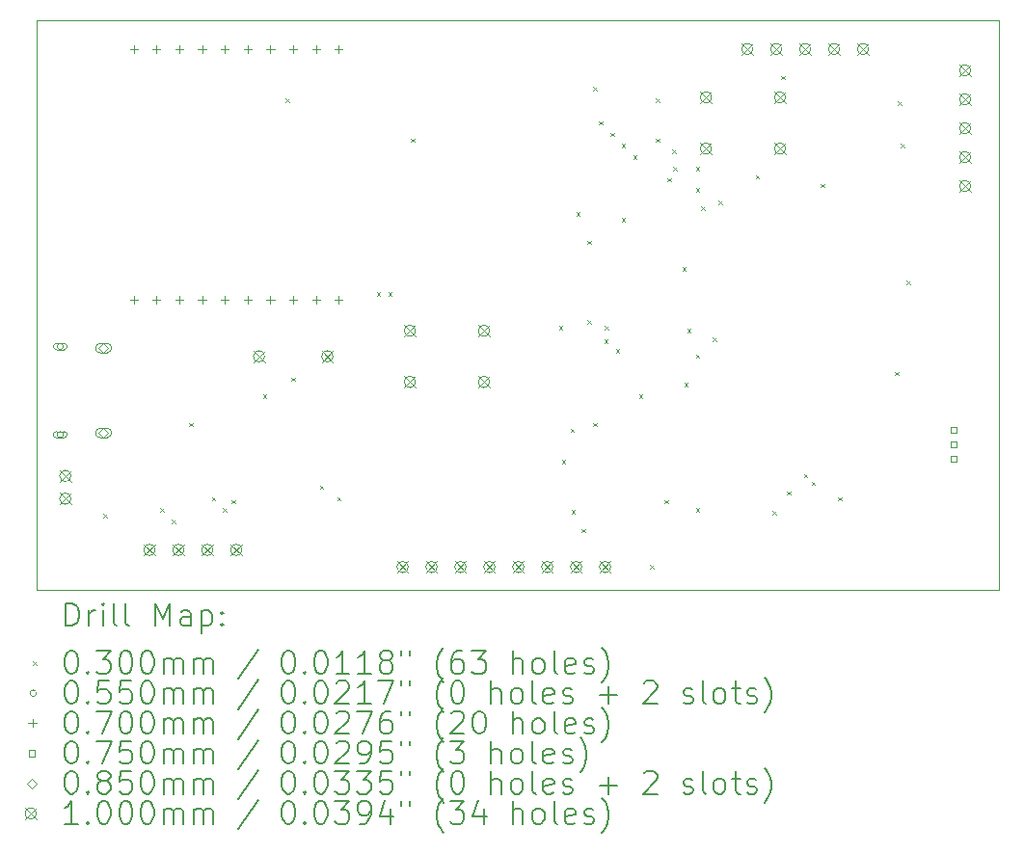
<source format=gbr>
%TF.GenerationSoftware,KiCad,Pcbnew,8.0.5*%
%TF.CreationDate,2024-11-27T11:34:08-05:00*%
%TF.ProjectId,Alfond PCB,416c666f-6e64-4205-9043-422e6b696361,rev?*%
%TF.SameCoordinates,Original*%
%TF.FileFunction,Drillmap*%
%TF.FilePolarity,Positive*%
%FSLAX45Y45*%
G04 Gerber Fmt 4.5, Leading zero omitted, Abs format (unit mm)*
G04 Created by KiCad (PCBNEW 8.0.5) date 2024-11-27 11:34:08*
%MOMM*%
%LPD*%
G01*
G04 APERTURE LIST*
%ADD10C,0.100000*%
%ADD11C,0.200000*%
G04 APERTURE END LIST*
D10*
X16100000Y-4800000D02*
X24550000Y-4800000D01*
X24550000Y-9800000D01*
X16100000Y-9800000D01*
X16100000Y-4800000D01*
D11*
D10*
X16685000Y-9135000D02*
X16715000Y-9165000D01*
X16715000Y-9135000D02*
X16685000Y-9165000D01*
X17185000Y-9085000D02*
X17215000Y-9115000D01*
X17215000Y-9085000D02*
X17185000Y-9115000D01*
X17285000Y-9185000D02*
X17315000Y-9215000D01*
X17315000Y-9185000D02*
X17285000Y-9215000D01*
X17435000Y-8335000D02*
X17465000Y-8365000D01*
X17465000Y-8335000D02*
X17435000Y-8365000D01*
X17635000Y-8985000D02*
X17665000Y-9015000D01*
X17665000Y-8985000D02*
X17635000Y-9015000D01*
X17735000Y-9085000D02*
X17765000Y-9115000D01*
X17765000Y-9085000D02*
X17735000Y-9115000D01*
X17810000Y-9010000D02*
X17840000Y-9040000D01*
X17840000Y-9010000D02*
X17810000Y-9040000D01*
X18085000Y-8085000D02*
X18115000Y-8115000D01*
X18115000Y-8085000D02*
X18085000Y-8115000D01*
X18285000Y-5485000D02*
X18315000Y-5515000D01*
X18315000Y-5485000D02*
X18285000Y-5515000D01*
X18335000Y-7935000D02*
X18365000Y-7965000D01*
X18365000Y-7935000D02*
X18335000Y-7965000D01*
X18585000Y-8885000D02*
X18615000Y-8915000D01*
X18615000Y-8885000D02*
X18585000Y-8915000D01*
X18735000Y-8985000D02*
X18765000Y-9015000D01*
X18765000Y-8985000D02*
X18735000Y-9015000D01*
X19085000Y-7185000D02*
X19115000Y-7215000D01*
X19115000Y-7185000D02*
X19085000Y-7215000D01*
X19185000Y-7185000D02*
X19215000Y-7215000D01*
X19215000Y-7185000D02*
X19185000Y-7215000D01*
X19385000Y-5835000D02*
X19415000Y-5865000D01*
X19415000Y-5835000D02*
X19385000Y-5865000D01*
X20685000Y-7485000D02*
X20715000Y-7515000D01*
X20715000Y-7485000D02*
X20685000Y-7515000D01*
X20710000Y-8660000D02*
X20740000Y-8690000D01*
X20740000Y-8660000D02*
X20710000Y-8690000D01*
X20785000Y-8385000D02*
X20815000Y-8415000D01*
X20815000Y-8385000D02*
X20785000Y-8415000D01*
X20795000Y-9102000D02*
X20825000Y-9132000D01*
X20825000Y-9102000D02*
X20795000Y-9132000D01*
X20835000Y-6485000D02*
X20865000Y-6515000D01*
X20865000Y-6485000D02*
X20835000Y-6515000D01*
X20885000Y-9266000D02*
X20915000Y-9296000D01*
X20915000Y-9266000D02*
X20885000Y-9296000D01*
X20935000Y-6735000D02*
X20965000Y-6765000D01*
X20965000Y-6735000D02*
X20935000Y-6765000D01*
X20935000Y-7435000D02*
X20965000Y-7465000D01*
X20965000Y-7435000D02*
X20935000Y-7465000D01*
X20985000Y-5385000D02*
X21015000Y-5415000D01*
X21015000Y-5385000D02*
X20985000Y-5415000D01*
X20985000Y-8335000D02*
X21015000Y-8365000D01*
X21015000Y-8335000D02*
X20985000Y-8365000D01*
X21035000Y-5685000D02*
X21065000Y-5715000D01*
X21065000Y-5685000D02*
X21035000Y-5715000D01*
X21080584Y-7600299D02*
X21110584Y-7630299D01*
X21110584Y-7600299D02*
X21080584Y-7630299D01*
X21085000Y-7485000D02*
X21115000Y-7515000D01*
X21115000Y-7485000D02*
X21085000Y-7515000D01*
X21135000Y-5785000D02*
X21165000Y-5815000D01*
X21165000Y-5785000D02*
X21135000Y-5815000D01*
X21185000Y-7685000D02*
X21215000Y-7715000D01*
X21215000Y-7685000D02*
X21185000Y-7715000D01*
X21235000Y-5885000D02*
X21265000Y-5915000D01*
X21265000Y-5885000D02*
X21235000Y-5915000D01*
X21235000Y-6535000D02*
X21265000Y-6565000D01*
X21265000Y-6535000D02*
X21235000Y-6565000D01*
X21335000Y-5985000D02*
X21365000Y-6015000D01*
X21365000Y-5985000D02*
X21335000Y-6015000D01*
X21385000Y-8085000D02*
X21415000Y-8115000D01*
X21415000Y-8085000D02*
X21385000Y-8115000D01*
X21485000Y-9585000D02*
X21515000Y-9615000D01*
X21515000Y-9585000D02*
X21485000Y-9615000D01*
X21535000Y-5485000D02*
X21565000Y-5515000D01*
X21565000Y-5485000D02*
X21535000Y-5515000D01*
X21535000Y-5835000D02*
X21565000Y-5865000D01*
X21565000Y-5835000D02*
X21535000Y-5865000D01*
X21610000Y-9010000D02*
X21640000Y-9040000D01*
X21640000Y-9010000D02*
X21610000Y-9040000D01*
X21635000Y-6185000D02*
X21665000Y-6215000D01*
X21665000Y-6185000D02*
X21635000Y-6215000D01*
X21680000Y-5935000D02*
X21710000Y-5965000D01*
X21710000Y-5935000D02*
X21680000Y-5965000D01*
X21686287Y-6086287D02*
X21716287Y-6116287D01*
X21716287Y-6086287D02*
X21686287Y-6116287D01*
X21767871Y-6967870D02*
X21797871Y-6997870D01*
X21797871Y-6967870D02*
X21767871Y-6997870D01*
X21785000Y-7985000D02*
X21815000Y-8015000D01*
X21815000Y-7985000D02*
X21785000Y-8015000D01*
X21810000Y-7510000D02*
X21840000Y-7540000D01*
X21840000Y-7510000D02*
X21810000Y-7540000D01*
X21885000Y-6085000D02*
X21915000Y-6115000D01*
X21915000Y-6085000D02*
X21885000Y-6115000D01*
X21885000Y-6275000D02*
X21915000Y-6305000D01*
X21915000Y-6275000D02*
X21885000Y-6305000D01*
X21885000Y-7735000D02*
X21915000Y-7765000D01*
X21915000Y-7735000D02*
X21885000Y-7765000D01*
X21885000Y-9085000D02*
X21915000Y-9115000D01*
X21915000Y-9085000D02*
X21885000Y-9115000D01*
X21935000Y-6435000D02*
X21965000Y-6465000D01*
X21965000Y-6435000D02*
X21935000Y-6465000D01*
X22035000Y-7585000D02*
X22065000Y-7615000D01*
X22065000Y-7585000D02*
X22035000Y-7615000D01*
X22085000Y-6385000D02*
X22115000Y-6415000D01*
X22115000Y-6385000D02*
X22085000Y-6415000D01*
X22410370Y-6159629D02*
X22440370Y-6189629D01*
X22440370Y-6159629D02*
X22410370Y-6189629D01*
X22560000Y-9110000D02*
X22590000Y-9140000D01*
X22590000Y-9110000D02*
X22560000Y-9140000D01*
X22635000Y-5285000D02*
X22665000Y-5315000D01*
X22665000Y-5285000D02*
X22635000Y-5315000D01*
X22685000Y-8935000D02*
X22715000Y-8965000D01*
X22715000Y-8935000D02*
X22685000Y-8965000D01*
X22835000Y-8785000D02*
X22865000Y-8815000D01*
X22865000Y-8785000D02*
X22835000Y-8815000D01*
X22902574Y-8852574D02*
X22932574Y-8882574D01*
X22932574Y-8852574D02*
X22902574Y-8882574D01*
X22985000Y-6235000D02*
X23015000Y-6265000D01*
X23015000Y-6235000D02*
X22985000Y-6265000D01*
X23135000Y-8985000D02*
X23165000Y-9015000D01*
X23165000Y-8985000D02*
X23135000Y-9015000D01*
X23635000Y-7885000D02*
X23665000Y-7915000D01*
X23665000Y-7885000D02*
X23635000Y-7915000D01*
X23660000Y-5510000D02*
X23690000Y-5540000D01*
X23690000Y-5510000D02*
X23660000Y-5540000D01*
X23685000Y-5885000D02*
X23715000Y-5915000D01*
X23715000Y-5885000D02*
X23685000Y-5915000D01*
X23735000Y-7085000D02*
X23765000Y-7115000D01*
X23765000Y-7085000D02*
X23735000Y-7115000D01*
X16332500Y-7662500D02*
G75*
G02*
X16277500Y-7662500I-27500J0D01*
G01*
X16277500Y-7662500D02*
G75*
G02*
X16332500Y-7662500I27500J0D01*
G01*
X16337500Y-7635000D02*
X16272500Y-7635000D01*
X16272500Y-7690000D02*
G75*
G02*
X16272500Y-7635000I0J27500D01*
G01*
X16272500Y-7690000D02*
X16337500Y-7690000D01*
X16337500Y-7690000D02*
G75*
G03*
X16337500Y-7635000I0J27500D01*
G01*
X16332500Y-8437500D02*
G75*
G02*
X16277500Y-8437500I-27500J0D01*
G01*
X16277500Y-8437500D02*
G75*
G02*
X16332500Y-8437500I27500J0D01*
G01*
X16337500Y-8410000D02*
X16272500Y-8410000D01*
X16272500Y-8465000D02*
G75*
G02*
X16272500Y-8410000I0J27500D01*
G01*
X16272500Y-8465000D02*
X16337500Y-8465000D01*
X16337500Y-8465000D02*
G75*
G03*
X16337500Y-8410000I0J27500D01*
G01*
X16950000Y-5015000D02*
X16950000Y-5085000D01*
X16915000Y-5050000D02*
X16985000Y-5050000D01*
X16950000Y-7215000D02*
X16950000Y-7285000D01*
X16915000Y-7250000D02*
X16985000Y-7250000D01*
X17150000Y-5015000D02*
X17150000Y-5085000D01*
X17115000Y-5050000D02*
X17185000Y-5050000D01*
X17150000Y-7215000D02*
X17150000Y-7285000D01*
X17115000Y-7250000D02*
X17185000Y-7250000D01*
X17350000Y-5015000D02*
X17350000Y-5085000D01*
X17315000Y-5050000D02*
X17385000Y-5050000D01*
X17350000Y-7215000D02*
X17350000Y-7285000D01*
X17315000Y-7250000D02*
X17385000Y-7250000D01*
X17550000Y-5015000D02*
X17550000Y-5085000D01*
X17515000Y-5050000D02*
X17585000Y-5050000D01*
X17550000Y-7215000D02*
X17550000Y-7285000D01*
X17515000Y-7250000D02*
X17585000Y-7250000D01*
X17750000Y-5015000D02*
X17750000Y-5085000D01*
X17715000Y-5050000D02*
X17785000Y-5050000D01*
X17750000Y-7215000D02*
X17750000Y-7285000D01*
X17715000Y-7250000D02*
X17785000Y-7250000D01*
X17950000Y-5015000D02*
X17950000Y-5085000D01*
X17915000Y-5050000D02*
X17985000Y-5050000D01*
X17950000Y-7215000D02*
X17950000Y-7285000D01*
X17915000Y-7250000D02*
X17985000Y-7250000D01*
X18150000Y-5015000D02*
X18150000Y-5085000D01*
X18115000Y-5050000D02*
X18185000Y-5050000D01*
X18150000Y-7215000D02*
X18150000Y-7285000D01*
X18115000Y-7250000D02*
X18185000Y-7250000D01*
X18350000Y-5015000D02*
X18350000Y-5085000D01*
X18315000Y-5050000D02*
X18385000Y-5050000D01*
X18350000Y-7215000D02*
X18350000Y-7285000D01*
X18315000Y-7250000D02*
X18385000Y-7250000D01*
X18550000Y-5015000D02*
X18550000Y-5085000D01*
X18515000Y-5050000D02*
X18585000Y-5050000D01*
X18550000Y-7215000D02*
X18550000Y-7285000D01*
X18515000Y-7250000D02*
X18585000Y-7250000D01*
X18750000Y-5015000D02*
X18750000Y-5085000D01*
X18715000Y-5050000D02*
X18785000Y-5050000D01*
X18750000Y-7215000D02*
X18750000Y-7285000D01*
X18715000Y-7250000D02*
X18785000Y-7250000D01*
X24176517Y-8422517D02*
X24176517Y-8369483D01*
X24123483Y-8369483D01*
X24123483Y-8422517D01*
X24176517Y-8422517D01*
X24176517Y-8549517D02*
X24176517Y-8496483D01*
X24123483Y-8496483D01*
X24123483Y-8549517D01*
X24176517Y-8549517D01*
X24176517Y-8676517D02*
X24176517Y-8623483D01*
X24123483Y-8623483D01*
X24123483Y-8676517D01*
X24176517Y-8676517D01*
X16685000Y-7720000D02*
X16727500Y-7677500D01*
X16685000Y-7635000D01*
X16642500Y-7677500D01*
X16685000Y-7720000D01*
X16712500Y-7635000D02*
X16657500Y-7635000D01*
X16657500Y-7720000D02*
G75*
G02*
X16657500Y-7635000I0J42500D01*
G01*
X16657500Y-7720000D02*
X16712500Y-7720000D01*
X16712500Y-7720000D02*
G75*
G03*
X16712500Y-7635000I0J42500D01*
G01*
X16685000Y-8465000D02*
X16727500Y-8422500D01*
X16685000Y-8380000D01*
X16642500Y-8422500D01*
X16685000Y-8465000D01*
X16712500Y-8380000D02*
X16657500Y-8380000D01*
X16657500Y-8465000D02*
G75*
G02*
X16657500Y-8380000I0J42500D01*
G01*
X16657500Y-8465000D02*
X16712500Y-8465000D01*
X16712500Y-8465000D02*
G75*
G03*
X16712500Y-8380000I0J42500D01*
G01*
X16300000Y-8750000D02*
X16400000Y-8850000D01*
X16400000Y-8750000D02*
X16300000Y-8850000D01*
X16400000Y-8800000D02*
G75*
G02*
X16300000Y-8800000I-50000J0D01*
G01*
X16300000Y-8800000D02*
G75*
G02*
X16400000Y-8800000I50000J0D01*
G01*
X16300000Y-8950000D02*
X16400000Y-9050000D01*
X16400000Y-8950000D02*
X16300000Y-9050000D01*
X16400000Y-9000000D02*
G75*
G02*
X16300000Y-9000000I-50000J0D01*
G01*
X16300000Y-9000000D02*
G75*
G02*
X16400000Y-9000000I50000J0D01*
G01*
X17038000Y-9400000D02*
X17138000Y-9500000D01*
X17138000Y-9400000D02*
X17038000Y-9500000D01*
X17138000Y-9450000D02*
G75*
G02*
X17038000Y-9450000I-50000J0D01*
G01*
X17038000Y-9450000D02*
G75*
G02*
X17138000Y-9450000I50000J0D01*
G01*
X17292000Y-9400000D02*
X17392000Y-9500000D01*
X17392000Y-9400000D02*
X17292000Y-9500000D01*
X17392000Y-9450000D02*
G75*
G02*
X17292000Y-9450000I-50000J0D01*
G01*
X17292000Y-9450000D02*
G75*
G02*
X17392000Y-9450000I50000J0D01*
G01*
X17546000Y-9400000D02*
X17646000Y-9500000D01*
X17646000Y-9400000D02*
X17546000Y-9500000D01*
X17646000Y-9450000D02*
G75*
G02*
X17546000Y-9450000I-50000J0D01*
G01*
X17546000Y-9450000D02*
G75*
G02*
X17646000Y-9450000I50000J0D01*
G01*
X17800000Y-9400000D02*
X17900000Y-9500000D01*
X17900000Y-9400000D02*
X17800000Y-9500000D01*
X17900000Y-9450000D02*
G75*
G02*
X17800000Y-9450000I-50000J0D01*
G01*
X17800000Y-9450000D02*
G75*
G02*
X17900000Y-9450000I50000J0D01*
G01*
X18000000Y-7700000D02*
X18100000Y-7800000D01*
X18100000Y-7700000D02*
X18000000Y-7800000D01*
X18100000Y-7750000D02*
G75*
G02*
X18000000Y-7750000I-50000J0D01*
G01*
X18000000Y-7750000D02*
G75*
G02*
X18100000Y-7750000I50000J0D01*
G01*
X18600000Y-7700000D02*
X18700000Y-7800000D01*
X18700000Y-7700000D02*
X18600000Y-7800000D01*
X18700000Y-7750000D02*
G75*
G02*
X18600000Y-7750000I-50000J0D01*
G01*
X18600000Y-7750000D02*
G75*
G02*
X18700000Y-7750000I50000J0D01*
G01*
X19261000Y-9550000D02*
X19361000Y-9650000D01*
X19361000Y-9550000D02*
X19261000Y-9650000D01*
X19361000Y-9600000D02*
G75*
G02*
X19261000Y-9600000I-50000J0D01*
G01*
X19261000Y-9600000D02*
G75*
G02*
X19361000Y-9600000I50000J0D01*
G01*
X19325000Y-7475000D02*
X19425000Y-7575000D01*
X19425000Y-7475000D02*
X19325000Y-7575000D01*
X19425000Y-7525000D02*
G75*
G02*
X19325000Y-7525000I-50000J0D01*
G01*
X19325000Y-7525000D02*
G75*
G02*
X19425000Y-7525000I50000J0D01*
G01*
X19325000Y-7925000D02*
X19425000Y-8025000D01*
X19425000Y-7925000D02*
X19325000Y-8025000D01*
X19425000Y-7975000D02*
G75*
G02*
X19325000Y-7975000I-50000J0D01*
G01*
X19325000Y-7975000D02*
G75*
G02*
X19425000Y-7975000I50000J0D01*
G01*
X19515000Y-9550000D02*
X19615000Y-9650000D01*
X19615000Y-9550000D02*
X19515000Y-9650000D01*
X19615000Y-9600000D02*
G75*
G02*
X19515000Y-9600000I-50000J0D01*
G01*
X19515000Y-9600000D02*
G75*
G02*
X19615000Y-9600000I50000J0D01*
G01*
X19769000Y-9550000D02*
X19869000Y-9650000D01*
X19869000Y-9550000D02*
X19769000Y-9650000D01*
X19869000Y-9600000D02*
G75*
G02*
X19769000Y-9600000I-50000J0D01*
G01*
X19769000Y-9600000D02*
G75*
G02*
X19869000Y-9600000I50000J0D01*
G01*
X19975000Y-7475000D02*
X20075000Y-7575000D01*
X20075000Y-7475000D02*
X19975000Y-7575000D01*
X20075000Y-7525000D02*
G75*
G02*
X19975000Y-7525000I-50000J0D01*
G01*
X19975000Y-7525000D02*
G75*
G02*
X20075000Y-7525000I50000J0D01*
G01*
X19975000Y-7925000D02*
X20075000Y-8025000D01*
X20075000Y-7925000D02*
X19975000Y-8025000D01*
X20075000Y-7975000D02*
G75*
G02*
X19975000Y-7975000I-50000J0D01*
G01*
X19975000Y-7975000D02*
G75*
G02*
X20075000Y-7975000I50000J0D01*
G01*
X20023000Y-9550000D02*
X20123000Y-9650000D01*
X20123000Y-9550000D02*
X20023000Y-9650000D01*
X20123000Y-9600000D02*
G75*
G02*
X20023000Y-9600000I-50000J0D01*
G01*
X20023000Y-9600000D02*
G75*
G02*
X20123000Y-9600000I50000J0D01*
G01*
X20277000Y-9550000D02*
X20377000Y-9650000D01*
X20377000Y-9550000D02*
X20277000Y-9650000D01*
X20377000Y-9600000D02*
G75*
G02*
X20277000Y-9600000I-50000J0D01*
G01*
X20277000Y-9600000D02*
G75*
G02*
X20377000Y-9600000I50000J0D01*
G01*
X20531000Y-9550000D02*
X20631000Y-9650000D01*
X20631000Y-9550000D02*
X20531000Y-9650000D01*
X20631000Y-9600000D02*
G75*
G02*
X20531000Y-9600000I-50000J0D01*
G01*
X20531000Y-9600000D02*
G75*
G02*
X20631000Y-9600000I50000J0D01*
G01*
X20785000Y-9550000D02*
X20885000Y-9650000D01*
X20885000Y-9550000D02*
X20785000Y-9650000D01*
X20885000Y-9600000D02*
G75*
G02*
X20785000Y-9600000I-50000J0D01*
G01*
X20785000Y-9600000D02*
G75*
G02*
X20885000Y-9600000I50000J0D01*
G01*
X21039000Y-9550000D02*
X21139000Y-9650000D01*
X21139000Y-9550000D02*
X21039000Y-9650000D01*
X21139000Y-9600000D02*
G75*
G02*
X21039000Y-9600000I-50000J0D01*
G01*
X21039000Y-9600000D02*
G75*
G02*
X21139000Y-9600000I50000J0D01*
G01*
X21925000Y-5425000D02*
X22025000Y-5525000D01*
X22025000Y-5425000D02*
X21925000Y-5525000D01*
X22025000Y-5475000D02*
G75*
G02*
X21925000Y-5475000I-50000J0D01*
G01*
X21925000Y-5475000D02*
G75*
G02*
X22025000Y-5475000I50000J0D01*
G01*
X21925000Y-5875000D02*
X22025000Y-5975000D01*
X22025000Y-5875000D02*
X21925000Y-5975000D01*
X22025000Y-5925000D02*
G75*
G02*
X21925000Y-5925000I-50000J0D01*
G01*
X21925000Y-5925000D02*
G75*
G02*
X22025000Y-5925000I50000J0D01*
G01*
X22288000Y-5000000D02*
X22388000Y-5100000D01*
X22388000Y-5000000D02*
X22288000Y-5100000D01*
X22388000Y-5050000D02*
G75*
G02*
X22288000Y-5050000I-50000J0D01*
G01*
X22288000Y-5050000D02*
G75*
G02*
X22388000Y-5050000I50000J0D01*
G01*
X22542000Y-5000000D02*
X22642000Y-5100000D01*
X22642000Y-5000000D02*
X22542000Y-5100000D01*
X22642000Y-5050000D02*
G75*
G02*
X22542000Y-5050000I-50000J0D01*
G01*
X22542000Y-5050000D02*
G75*
G02*
X22642000Y-5050000I50000J0D01*
G01*
X22575000Y-5425000D02*
X22675000Y-5525000D01*
X22675000Y-5425000D02*
X22575000Y-5525000D01*
X22675000Y-5475000D02*
G75*
G02*
X22575000Y-5475000I-50000J0D01*
G01*
X22575000Y-5475000D02*
G75*
G02*
X22675000Y-5475000I50000J0D01*
G01*
X22575000Y-5875000D02*
X22675000Y-5975000D01*
X22675000Y-5875000D02*
X22575000Y-5975000D01*
X22675000Y-5925000D02*
G75*
G02*
X22575000Y-5925000I-50000J0D01*
G01*
X22575000Y-5925000D02*
G75*
G02*
X22675000Y-5925000I50000J0D01*
G01*
X22796000Y-5000000D02*
X22896000Y-5100000D01*
X22896000Y-5000000D02*
X22796000Y-5100000D01*
X22896000Y-5050000D02*
G75*
G02*
X22796000Y-5050000I-50000J0D01*
G01*
X22796000Y-5050000D02*
G75*
G02*
X22896000Y-5050000I50000J0D01*
G01*
X23050000Y-5000000D02*
X23150000Y-5100000D01*
X23150000Y-5000000D02*
X23050000Y-5100000D01*
X23150000Y-5050000D02*
G75*
G02*
X23050000Y-5050000I-50000J0D01*
G01*
X23050000Y-5050000D02*
G75*
G02*
X23150000Y-5050000I50000J0D01*
G01*
X23304000Y-5000000D02*
X23404000Y-5100000D01*
X23404000Y-5000000D02*
X23304000Y-5100000D01*
X23404000Y-5050000D02*
G75*
G02*
X23304000Y-5050000I-50000J0D01*
G01*
X23304000Y-5050000D02*
G75*
G02*
X23404000Y-5050000I50000J0D01*
G01*
X24200000Y-5188000D02*
X24300000Y-5288000D01*
X24300000Y-5188000D02*
X24200000Y-5288000D01*
X24300000Y-5238000D02*
G75*
G02*
X24200000Y-5238000I-50000J0D01*
G01*
X24200000Y-5238000D02*
G75*
G02*
X24300000Y-5238000I50000J0D01*
G01*
X24200000Y-5442000D02*
X24300000Y-5542000D01*
X24300000Y-5442000D02*
X24200000Y-5542000D01*
X24300000Y-5492000D02*
G75*
G02*
X24200000Y-5492000I-50000J0D01*
G01*
X24200000Y-5492000D02*
G75*
G02*
X24300000Y-5492000I50000J0D01*
G01*
X24200000Y-5696000D02*
X24300000Y-5796000D01*
X24300000Y-5696000D02*
X24200000Y-5796000D01*
X24300000Y-5746000D02*
G75*
G02*
X24200000Y-5746000I-50000J0D01*
G01*
X24200000Y-5746000D02*
G75*
G02*
X24300000Y-5746000I50000J0D01*
G01*
X24200000Y-5950000D02*
X24300000Y-6050000D01*
X24300000Y-5950000D02*
X24200000Y-6050000D01*
X24300000Y-6000000D02*
G75*
G02*
X24200000Y-6000000I-50000J0D01*
G01*
X24200000Y-6000000D02*
G75*
G02*
X24300000Y-6000000I50000J0D01*
G01*
X24200000Y-6204000D02*
X24300000Y-6304000D01*
X24300000Y-6204000D02*
X24200000Y-6304000D01*
X24300000Y-6254000D02*
G75*
G02*
X24200000Y-6254000I-50000J0D01*
G01*
X24200000Y-6254000D02*
G75*
G02*
X24300000Y-6254000I50000J0D01*
G01*
D11*
X16355777Y-10116484D02*
X16355777Y-9916484D01*
X16355777Y-9916484D02*
X16403396Y-9916484D01*
X16403396Y-9916484D02*
X16431967Y-9926008D01*
X16431967Y-9926008D02*
X16451015Y-9945055D01*
X16451015Y-9945055D02*
X16460539Y-9964103D01*
X16460539Y-9964103D02*
X16470062Y-10002198D01*
X16470062Y-10002198D02*
X16470062Y-10030770D01*
X16470062Y-10030770D02*
X16460539Y-10068865D01*
X16460539Y-10068865D02*
X16451015Y-10087912D01*
X16451015Y-10087912D02*
X16431967Y-10106960D01*
X16431967Y-10106960D02*
X16403396Y-10116484D01*
X16403396Y-10116484D02*
X16355777Y-10116484D01*
X16555777Y-10116484D02*
X16555777Y-9983150D01*
X16555777Y-10021246D02*
X16565301Y-10002198D01*
X16565301Y-10002198D02*
X16574824Y-9992674D01*
X16574824Y-9992674D02*
X16593872Y-9983150D01*
X16593872Y-9983150D02*
X16612920Y-9983150D01*
X16679586Y-10116484D02*
X16679586Y-9983150D01*
X16679586Y-9916484D02*
X16670062Y-9926008D01*
X16670062Y-9926008D02*
X16679586Y-9935531D01*
X16679586Y-9935531D02*
X16689110Y-9926008D01*
X16689110Y-9926008D02*
X16679586Y-9916484D01*
X16679586Y-9916484D02*
X16679586Y-9935531D01*
X16803396Y-10116484D02*
X16784348Y-10106960D01*
X16784348Y-10106960D02*
X16774824Y-10087912D01*
X16774824Y-10087912D02*
X16774824Y-9916484D01*
X16908158Y-10116484D02*
X16889110Y-10106960D01*
X16889110Y-10106960D02*
X16879586Y-10087912D01*
X16879586Y-10087912D02*
X16879586Y-9916484D01*
X17136729Y-10116484D02*
X17136729Y-9916484D01*
X17136729Y-9916484D02*
X17203396Y-10059341D01*
X17203396Y-10059341D02*
X17270063Y-9916484D01*
X17270063Y-9916484D02*
X17270063Y-10116484D01*
X17451015Y-10116484D02*
X17451015Y-10011722D01*
X17451015Y-10011722D02*
X17441491Y-9992674D01*
X17441491Y-9992674D02*
X17422444Y-9983150D01*
X17422444Y-9983150D02*
X17384348Y-9983150D01*
X17384348Y-9983150D02*
X17365301Y-9992674D01*
X17451015Y-10106960D02*
X17431967Y-10116484D01*
X17431967Y-10116484D02*
X17384348Y-10116484D01*
X17384348Y-10116484D02*
X17365301Y-10106960D01*
X17365301Y-10106960D02*
X17355777Y-10087912D01*
X17355777Y-10087912D02*
X17355777Y-10068865D01*
X17355777Y-10068865D02*
X17365301Y-10049817D01*
X17365301Y-10049817D02*
X17384348Y-10040293D01*
X17384348Y-10040293D02*
X17431967Y-10040293D01*
X17431967Y-10040293D02*
X17451015Y-10030770D01*
X17546253Y-9983150D02*
X17546253Y-10183150D01*
X17546253Y-9992674D02*
X17565301Y-9983150D01*
X17565301Y-9983150D02*
X17603396Y-9983150D01*
X17603396Y-9983150D02*
X17622444Y-9992674D01*
X17622444Y-9992674D02*
X17631967Y-10002198D01*
X17631967Y-10002198D02*
X17641491Y-10021246D01*
X17641491Y-10021246D02*
X17641491Y-10078389D01*
X17641491Y-10078389D02*
X17631967Y-10097436D01*
X17631967Y-10097436D02*
X17622444Y-10106960D01*
X17622444Y-10106960D02*
X17603396Y-10116484D01*
X17603396Y-10116484D02*
X17565301Y-10116484D01*
X17565301Y-10116484D02*
X17546253Y-10106960D01*
X17727205Y-10097436D02*
X17736729Y-10106960D01*
X17736729Y-10106960D02*
X17727205Y-10116484D01*
X17727205Y-10116484D02*
X17717682Y-10106960D01*
X17717682Y-10106960D02*
X17727205Y-10097436D01*
X17727205Y-10097436D02*
X17727205Y-10116484D01*
X17727205Y-9992674D02*
X17736729Y-10002198D01*
X17736729Y-10002198D02*
X17727205Y-10011722D01*
X17727205Y-10011722D02*
X17717682Y-10002198D01*
X17717682Y-10002198D02*
X17727205Y-9992674D01*
X17727205Y-9992674D02*
X17727205Y-10011722D01*
D10*
X16065000Y-10430000D02*
X16095000Y-10460000D01*
X16095000Y-10430000D02*
X16065000Y-10460000D01*
D11*
X16393872Y-10336484D02*
X16412920Y-10336484D01*
X16412920Y-10336484D02*
X16431967Y-10346008D01*
X16431967Y-10346008D02*
X16441491Y-10355531D01*
X16441491Y-10355531D02*
X16451015Y-10374579D01*
X16451015Y-10374579D02*
X16460539Y-10412674D01*
X16460539Y-10412674D02*
X16460539Y-10460293D01*
X16460539Y-10460293D02*
X16451015Y-10498389D01*
X16451015Y-10498389D02*
X16441491Y-10517436D01*
X16441491Y-10517436D02*
X16431967Y-10526960D01*
X16431967Y-10526960D02*
X16412920Y-10536484D01*
X16412920Y-10536484D02*
X16393872Y-10536484D01*
X16393872Y-10536484D02*
X16374824Y-10526960D01*
X16374824Y-10526960D02*
X16365301Y-10517436D01*
X16365301Y-10517436D02*
X16355777Y-10498389D01*
X16355777Y-10498389D02*
X16346253Y-10460293D01*
X16346253Y-10460293D02*
X16346253Y-10412674D01*
X16346253Y-10412674D02*
X16355777Y-10374579D01*
X16355777Y-10374579D02*
X16365301Y-10355531D01*
X16365301Y-10355531D02*
X16374824Y-10346008D01*
X16374824Y-10346008D02*
X16393872Y-10336484D01*
X16546253Y-10517436D02*
X16555777Y-10526960D01*
X16555777Y-10526960D02*
X16546253Y-10536484D01*
X16546253Y-10536484D02*
X16536729Y-10526960D01*
X16536729Y-10526960D02*
X16546253Y-10517436D01*
X16546253Y-10517436D02*
X16546253Y-10536484D01*
X16622443Y-10336484D02*
X16746253Y-10336484D01*
X16746253Y-10336484D02*
X16679586Y-10412674D01*
X16679586Y-10412674D02*
X16708158Y-10412674D01*
X16708158Y-10412674D02*
X16727205Y-10422198D01*
X16727205Y-10422198D02*
X16736729Y-10431722D01*
X16736729Y-10431722D02*
X16746253Y-10450770D01*
X16746253Y-10450770D02*
X16746253Y-10498389D01*
X16746253Y-10498389D02*
X16736729Y-10517436D01*
X16736729Y-10517436D02*
X16727205Y-10526960D01*
X16727205Y-10526960D02*
X16708158Y-10536484D01*
X16708158Y-10536484D02*
X16651015Y-10536484D01*
X16651015Y-10536484D02*
X16631967Y-10526960D01*
X16631967Y-10526960D02*
X16622443Y-10517436D01*
X16870063Y-10336484D02*
X16889110Y-10336484D01*
X16889110Y-10336484D02*
X16908158Y-10346008D01*
X16908158Y-10346008D02*
X16917682Y-10355531D01*
X16917682Y-10355531D02*
X16927205Y-10374579D01*
X16927205Y-10374579D02*
X16936729Y-10412674D01*
X16936729Y-10412674D02*
X16936729Y-10460293D01*
X16936729Y-10460293D02*
X16927205Y-10498389D01*
X16927205Y-10498389D02*
X16917682Y-10517436D01*
X16917682Y-10517436D02*
X16908158Y-10526960D01*
X16908158Y-10526960D02*
X16889110Y-10536484D01*
X16889110Y-10536484D02*
X16870063Y-10536484D01*
X16870063Y-10536484D02*
X16851015Y-10526960D01*
X16851015Y-10526960D02*
X16841491Y-10517436D01*
X16841491Y-10517436D02*
X16831967Y-10498389D01*
X16831967Y-10498389D02*
X16822444Y-10460293D01*
X16822444Y-10460293D02*
X16822444Y-10412674D01*
X16822444Y-10412674D02*
X16831967Y-10374579D01*
X16831967Y-10374579D02*
X16841491Y-10355531D01*
X16841491Y-10355531D02*
X16851015Y-10346008D01*
X16851015Y-10346008D02*
X16870063Y-10336484D01*
X17060539Y-10336484D02*
X17079586Y-10336484D01*
X17079586Y-10336484D02*
X17098634Y-10346008D01*
X17098634Y-10346008D02*
X17108158Y-10355531D01*
X17108158Y-10355531D02*
X17117682Y-10374579D01*
X17117682Y-10374579D02*
X17127205Y-10412674D01*
X17127205Y-10412674D02*
X17127205Y-10460293D01*
X17127205Y-10460293D02*
X17117682Y-10498389D01*
X17117682Y-10498389D02*
X17108158Y-10517436D01*
X17108158Y-10517436D02*
X17098634Y-10526960D01*
X17098634Y-10526960D02*
X17079586Y-10536484D01*
X17079586Y-10536484D02*
X17060539Y-10536484D01*
X17060539Y-10536484D02*
X17041491Y-10526960D01*
X17041491Y-10526960D02*
X17031967Y-10517436D01*
X17031967Y-10517436D02*
X17022444Y-10498389D01*
X17022444Y-10498389D02*
X17012920Y-10460293D01*
X17012920Y-10460293D02*
X17012920Y-10412674D01*
X17012920Y-10412674D02*
X17022444Y-10374579D01*
X17022444Y-10374579D02*
X17031967Y-10355531D01*
X17031967Y-10355531D02*
X17041491Y-10346008D01*
X17041491Y-10346008D02*
X17060539Y-10336484D01*
X17212920Y-10536484D02*
X17212920Y-10403150D01*
X17212920Y-10422198D02*
X17222444Y-10412674D01*
X17222444Y-10412674D02*
X17241491Y-10403150D01*
X17241491Y-10403150D02*
X17270063Y-10403150D01*
X17270063Y-10403150D02*
X17289110Y-10412674D01*
X17289110Y-10412674D02*
X17298634Y-10431722D01*
X17298634Y-10431722D02*
X17298634Y-10536484D01*
X17298634Y-10431722D02*
X17308158Y-10412674D01*
X17308158Y-10412674D02*
X17327205Y-10403150D01*
X17327205Y-10403150D02*
X17355777Y-10403150D01*
X17355777Y-10403150D02*
X17374825Y-10412674D01*
X17374825Y-10412674D02*
X17384348Y-10431722D01*
X17384348Y-10431722D02*
X17384348Y-10536484D01*
X17479586Y-10536484D02*
X17479586Y-10403150D01*
X17479586Y-10422198D02*
X17489110Y-10412674D01*
X17489110Y-10412674D02*
X17508158Y-10403150D01*
X17508158Y-10403150D02*
X17536729Y-10403150D01*
X17536729Y-10403150D02*
X17555777Y-10412674D01*
X17555777Y-10412674D02*
X17565301Y-10431722D01*
X17565301Y-10431722D02*
X17565301Y-10536484D01*
X17565301Y-10431722D02*
X17574825Y-10412674D01*
X17574825Y-10412674D02*
X17593872Y-10403150D01*
X17593872Y-10403150D02*
X17622444Y-10403150D01*
X17622444Y-10403150D02*
X17641491Y-10412674D01*
X17641491Y-10412674D02*
X17651015Y-10431722D01*
X17651015Y-10431722D02*
X17651015Y-10536484D01*
X18041491Y-10326960D02*
X17870063Y-10584103D01*
X18298634Y-10336484D02*
X18317682Y-10336484D01*
X18317682Y-10336484D02*
X18336729Y-10346008D01*
X18336729Y-10346008D02*
X18346253Y-10355531D01*
X18346253Y-10355531D02*
X18355777Y-10374579D01*
X18355777Y-10374579D02*
X18365301Y-10412674D01*
X18365301Y-10412674D02*
X18365301Y-10460293D01*
X18365301Y-10460293D02*
X18355777Y-10498389D01*
X18355777Y-10498389D02*
X18346253Y-10517436D01*
X18346253Y-10517436D02*
X18336729Y-10526960D01*
X18336729Y-10526960D02*
X18317682Y-10536484D01*
X18317682Y-10536484D02*
X18298634Y-10536484D01*
X18298634Y-10536484D02*
X18279587Y-10526960D01*
X18279587Y-10526960D02*
X18270063Y-10517436D01*
X18270063Y-10517436D02*
X18260539Y-10498389D01*
X18260539Y-10498389D02*
X18251015Y-10460293D01*
X18251015Y-10460293D02*
X18251015Y-10412674D01*
X18251015Y-10412674D02*
X18260539Y-10374579D01*
X18260539Y-10374579D02*
X18270063Y-10355531D01*
X18270063Y-10355531D02*
X18279587Y-10346008D01*
X18279587Y-10346008D02*
X18298634Y-10336484D01*
X18451015Y-10517436D02*
X18460539Y-10526960D01*
X18460539Y-10526960D02*
X18451015Y-10536484D01*
X18451015Y-10536484D02*
X18441491Y-10526960D01*
X18441491Y-10526960D02*
X18451015Y-10517436D01*
X18451015Y-10517436D02*
X18451015Y-10536484D01*
X18584348Y-10336484D02*
X18603396Y-10336484D01*
X18603396Y-10336484D02*
X18622444Y-10346008D01*
X18622444Y-10346008D02*
X18631968Y-10355531D01*
X18631968Y-10355531D02*
X18641491Y-10374579D01*
X18641491Y-10374579D02*
X18651015Y-10412674D01*
X18651015Y-10412674D02*
X18651015Y-10460293D01*
X18651015Y-10460293D02*
X18641491Y-10498389D01*
X18641491Y-10498389D02*
X18631968Y-10517436D01*
X18631968Y-10517436D02*
X18622444Y-10526960D01*
X18622444Y-10526960D02*
X18603396Y-10536484D01*
X18603396Y-10536484D02*
X18584348Y-10536484D01*
X18584348Y-10536484D02*
X18565301Y-10526960D01*
X18565301Y-10526960D02*
X18555777Y-10517436D01*
X18555777Y-10517436D02*
X18546253Y-10498389D01*
X18546253Y-10498389D02*
X18536729Y-10460293D01*
X18536729Y-10460293D02*
X18536729Y-10412674D01*
X18536729Y-10412674D02*
X18546253Y-10374579D01*
X18546253Y-10374579D02*
X18555777Y-10355531D01*
X18555777Y-10355531D02*
X18565301Y-10346008D01*
X18565301Y-10346008D02*
X18584348Y-10336484D01*
X18841491Y-10536484D02*
X18727206Y-10536484D01*
X18784348Y-10536484D02*
X18784348Y-10336484D01*
X18784348Y-10336484D02*
X18765301Y-10365055D01*
X18765301Y-10365055D02*
X18746253Y-10384103D01*
X18746253Y-10384103D02*
X18727206Y-10393627D01*
X19031968Y-10536484D02*
X18917682Y-10536484D01*
X18974825Y-10536484D02*
X18974825Y-10336484D01*
X18974825Y-10336484D02*
X18955777Y-10365055D01*
X18955777Y-10365055D02*
X18936729Y-10384103D01*
X18936729Y-10384103D02*
X18917682Y-10393627D01*
X19146253Y-10422198D02*
X19127206Y-10412674D01*
X19127206Y-10412674D02*
X19117682Y-10403150D01*
X19117682Y-10403150D02*
X19108158Y-10384103D01*
X19108158Y-10384103D02*
X19108158Y-10374579D01*
X19108158Y-10374579D02*
X19117682Y-10355531D01*
X19117682Y-10355531D02*
X19127206Y-10346008D01*
X19127206Y-10346008D02*
X19146253Y-10336484D01*
X19146253Y-10336484D02*
X19184349Y-10336484D01*
X19184349Y-10336484D02*
X19203396Y-10346008D01*
X19203396Y-10346008D02*
X19212920Y-10355531D01*
X19212920Y-10355531D02*
X19222444Y-10374579D01*
X19222444Y-10374579D02*
X19222444Y-10384103D01*
X19222444Y-10384103D02*
X19212920Y-10403150D01*
X19212920Y-10403150D02*
X19203396Y-10412674D01*
X19203396Y-10412674D02*
X19184349Y-10422198D01*
X19184349Y-10422198D02*
X19146253Y-10422198D01*
X19146253Y-10422198D02*
X19127206Y-10431722D01*
X19127206Y-10431722D02*
X19117682Y-10441246D01*
X19117682Y-10441246D02*
X19108158Y-10460293D01*
X19108158Y-10460293D02*
X19108158Y-10498389D01*
X19108158Y-10498389D02*
X19117682Y-10517436D01*
X19117682Y-10517436D02*
X19127206Y-10526960D01*
X19127206Y-10526960D02*
X19146253Y-10536484D01*
X19146253Y-10536484D02*
X19184349Y-10536484D01*
X19184349Y-10536484D02*
X19203396Y-10526960D01*
X19203396Y-10526960D02*
X19212920Y-10517436D01*
X19212920Y-10517436D02*
X19222444Y-10498389D01*
X19222444Y-10498389D02*
X19222444Y-10460293D01*
X19222444Y-10460293D02*
X19212920Y-10441246D01*
X19212920Y-10441246D02*
X19203396Y-10431722D01*
X19203396Y-10431722D02*
X19184349Y-10422198D01*
X19298634Y-10336484D02*
X19298634Y-10374579D01*
X19374825Y-10336484D02*
X19374825Y-10374579D01*
X19670063Y-10612674D02*
X19660539Y-10603150D01*
X19660539Y-10603150D02*
X19641491Y-10574579D01*
X19641491Y-10574579D02*
X19631968Y-10555531D01*
X19631968Y-10555531D02*
X19622444Y-10526960D01*
X19622444Y-10526960D02*
X19612920Y-10479341D01*
X19612920Y-10479341D02*
X19612920Y-10441246D01*
X19612920Y-10441246D02*
X19622444Y-10393627D01*
X19622444Y-10393627D02*
X19631968Y-10365055D01*
X19631968Y-10365055D02*
X19641491Y-10346008D01*
X19641491Y-10346008D02*
X19660539Y-10317436D01*
X19660539Y-10317436D02*
X19670063Y-10307912D01*
X19831968Y-10336484D02*
X19793872Y-10336484D01*
X19793872Y-10336484D02*
X19774825Y-10346008D01*
X19774825Y-10346008D02*
X19765301Y-10355531D01*
X19765301Y-10355531D02*
X19746253Y-10384103D01*
X19746253Y-10384103D02*
X19736730Y-10422198D01*
X19736730Y-10422198D02*
X19736730Y-10498389D01*
X19736730Y-10498389D02*
X19746253Y-10517436D01*
X19746253Y-10517436D02*
X19755777Y-10526960D01*
X19755777Y-10526960D02*
X19774825Y-10536484D01*
X19774825Y-10536484D02*
X19812920Y-10536484D01*
X19812920Y-10536484D02*
X19831968Y-10526960D01*
X19831968Y-10526960D02*
X19841491Y-10517436D01*
X19841491Y-10517436D02*
X19851015Y-10498389D01*
X19851015Y-10498389D02*
X19851015Y-10450770D01*
X19851015Y-10450770D02*
X19841491Y-10431722D01*
X19841491Y-10431722D02*
X19831968Y-10422198D01*
X19831968Y-10422198D02*
X19812920Y-10412674D01*
X19812920Y-10412674D02*
X19774825Y-10412674D01*
X19774825Y-10412674D02*
X19755777Y-10422198D01*
X19755777Y-10422198D02*
X19746253Y-10431722D01*
X19746253Y-10431722D02*
X19736730Y-10450770D01*
X19917682Y-10336484D02*
X20041491Y-10336484D01*
X20041491Y-10336484D02*
X19974825Y-10412674D01*
X19974825Y-10412674D02*
X20003396Y-10412674D01*
X20003396Y-10412674D02*
X20022444Y-10422198D01*
X20022444Y-10422198D02*
X20031968Y-10431722D01*
X20031968Y-10431722D02*
X20041491Y-10450770D01*
X20041491Y-10450770D02*
X20041491Y-10498389D01*
X20041491Y-10498389D02*
X20031968Y-10517436D01*
X20031968Y-10517436D02*
X20022444Y-10526960D01*
X20022444Y-10526960D02*
X20003396Y-10536484D01*
X20003396Y-10536484D02*
X19946253Y-10536484D01*
X19946253Y-10536484D02*
X19927206Y-10526960D01*
X19927206Y-10526960D02*
X19917682Y-10517436D01*
X20279587Y-10536484D02*
X20279587Y-10336484D01*
X20365301Y-10536484D02*
X20365301Y-10431722D01*
X20365301Y-10431722D02*
X20355777Y-10412674D01*
X20355777Y-10412674D02*
X20336730Y-10403150D01*
X20336730Y-10403150D02*
X20308158Y-10403150D01*
X20308158Y-10403150D02*
X20289111Y-10412674D01*
X20289111Y-10412674D02*
X20279587Y-10422198D01*
X20489111Y-10536484D02*
X20470063Y-10526960D01*
X20470063Y-10526960D02*
X20460539Y-10517436D01*
X20460539Y-10517436D02*
X20451015Y-10498389D01*
X20451015Y-10498389D02*
X20451015Y-10441246D01*
X20451015Y-10441246D02*
X20460539Y-10422198D01*
X20460539Y-10422198D02*
X20470063Y-10412674D01*
X20470063Y-10412674D02*
X20489111Y-10403150D01*
X20489111Y-10403150D02*
X20517682Y-10403150D01*
X20517682Y-10403150D02*
X20536730Y-10412674D01*
X20536730Y-10412674D02*
X20546253Y-10422198D01*
X20546253Y-10422198D02*
X20555777Y-10441246D01*
X20555777Y-10441246D02*
X20555777Y-10498389D01*
X20555777Y-10498389D02*
X20546253Y-10517436D01*
X20546253Y-10517436D02*
X20536730Y-10526960D01*
X20536730Y-10526960D02*
X20517682Y-10536484D01*
X20517682Y-10536484D02*
X20489111Y-10536484D01*
X20670063Y-10536484D02*
X20651015Y-10526960D01*
X20651015Y-10526960D02*
X20641492Y-10507912D01*
X20641492Y-10507912D02*
X20641492Y-10336484D01*
X20822444Y-10526960D02*
X20803396Y-10536484D01*
X20803396Y-10536484D02*
X20765301Y-10536484D01*
X20765301Y-10536484D02*
X20746253Y-10526960D01*
X20746253Y-10526960D02*
X20736730Y-10507912D01*
X20736730Y-10507912D02*
X20736730Y-10431722D01*
X20736730Y-10431722D02*
X20746253Y-10412674D01*
X20746253Y-10412674D02*
X20765301Y-10403150D01*
X20765301Y-10403150D02*
X20803396Y-10403150D01*
X20803396Y-10403150D02*
X20822444Y-10412674D01*
X20822444Y-10412674D02*
X20831968Y-10431722D01*
X20831968Y-10431722D02*
X20831968Y-10450770D01*
X20831968Y-10450770D02*
X20736730Y-10469817D01*
X20908158Y-10526960D02*
X20927206Y-10536484D01*
X20927206Y-10536484D02*
X20965301Y-10536484D01*
X20965301Y-10536484D02*
X20984349Y-10526960D01*
X20984349Y-10526960D02*
X20993873Y-10507912D01*
X20993873Y-10507912D02*
X20993873Y-10498389D01*
X20993873Y-10498389D02*
X20984349Y-10479341D01*
X20984349Y-10479341D02*
X20965301Y-10469817D01*
X20965301Y-10469817D02*
X20936730Y-10469817D01*
X20936730Y-10469817D02*
X20917682Y-10460293D01*
X20917682Y-10460293D02*
X20908158Y-10441246D01*
X20908158Y-10441246D02*
X20908158Y-10431722D01*
X20908158Y-10431722D02*
X20917682Y-10412674D01*
X20917682Y-10412674D02*
X20936730Y-10403150D01*
X20936730Y-10403150D02*
X20965301Y-10403150D01*
X20965301Y-10403150D02*
X20984349Y-10412674D01*
X21060539Y-10612674D02*
X21070063Y-10603150D01*
X21070063Y-10603150D02*
X21089111Y-10574579D01*
X21089111Y-10574579D02*
X21098634Y-10555531D01*
X21098634Y-10555531D02*
X21108158Y-10526960D01*
X21108158Y-10526960D02*
X21117682Y-10479341D01*
X21117682Y-10479341D02*
X21117682Y-10441246D01*
X21117682Y-10441246D02*
X21108158Y-10393627D01*
X21108158Y-10393627D02*
X21098634Y-10365055D01*
X21098634Y-10365055D02*
X21089111Y-10346008D01*
X21089111Y-10346008D02*
X21070063Y-10317436D01*
X21070063Y-10317436D02*
X21060539Y-10307912D01*
D10*
X16095000Y-10709000D02*
G75*
G02*
X16040000Y-10709000I-27500J0D01*
G01*
X16040000Y-10709000D02*
G75*
G02*
X16095000Y-10709000I27500J0D01*
G01*
D11*
X16393872Y-10600484D02*
X16412920Y-10600484D01*
X16412920Y-10600484D02*
X16431967Y-10610008D01*
X16431967Y-10610008D02*
X16441491Y-10619531D01*
X16441491Y-10619531D02*
X16451015Y-10638579D01*
X16451015Y-10638579D02*
X16460539Y-10676674D01*
X16460539Y-10676674D02*
X16460539Y-10724293D01*
X16460539Y-10724293D02*
X16451015Y-10762389D01*
X16451015Y-10762389D02*
X16441491Y-10781436D01*
X16441491Y-10781436D02*
X16431967Y-10790960D01*
X16431967Y-10790960D02*
X16412920Y-10800484D01*
X16412920Y-10800484D02*
X16393872Y-10800484D01*
X16393872Y-10800484D02*
X16374824Y-10790960D01*
X16374824Y-10790960D02*
X16365301Y-10781436D01*
X16365301Y-10781436D02*
X16355777Y-10762389D01*
X16355777Y-10762389D02*
X16346253Y-10724293D01*
X16346253Y-10724293D02*
X16346253Y-10676674D01*
X16346253Y-10676674D02*
X16355777Y-10638579D01*
X16355777Y-10638579D02*
X16365301Y-10619531D01*
X16365301Y-10619531D02*
X16374824Y-10610008D01*
X16374824Y-10610008D02*
X16393872Y-10600484D01*
X16546253Y-10781436D02*
X16555777Y-10790960D01*
X16555777Y-10790960D02*
X16546253Y-10800484D01*
X16546253Y-10800484D02*
X16536729Y-10790960D01*
X16536729Y-10790960D02*
X16546253Y-10781436D01*
X16546253Y-10781436D02*
X16546253Y-10800484D01*
X16736729Y-10600484D02*
X16641491Y-10600484D01*
X16641491Y-10600484D02*
X16631967Y-10695722D01*
X16631967Y-10695722D02*
X16641491Y-10686198D01*
X16641491Y-10686198D02*
X16660539Y-10676674D01*
X16660539Y-10676674D02*
X16708158Y-10676674D01*
X16708158Y-10676674D02*
X16727205Y-10686198D01*
X16727205Y-10686198D02*
X16736729Y-10695722D01*
X16736729Y-10695722D02*
X16746253Y-10714770D01*
X16746253Y-10714770D02*
X16746253Y-10762389D01*
X16746253Y-10762389D02*
X16736729Y-10781436D01*
X16736729Y-10781436D02*
X16727205Y-10790960D01*
X16727205Y-10790960D02*
X16708158Y-10800484D01*
X16708158Y-10800484D02*
X16660539Y-10800484D01*
X16660539Y-10800484D02*
X16641491Y-10790960D01*
X16641491Y-10790960D02*
X16631967Y-10781436D01*
X16927205Y-10600484D02*
X16831967Y-10600484D01*
X16831967Y-10600484D02*
X16822444Y-10695722D01*
X16822444Y-10695722D02*
X16831967Y-10686198D01*
X16831967Y-10686198D02*
X16851015Y-10676674D01*
X16851015Y-10676674D02*
X16898634Y-10676674D01*
X16898634Y-10676674D02*
X16917682Y-10686198D01*
X16917682Y-10686198D02*
X16927205Y-10695722D01*
X16927205Y-10695722D02*
X16936729Y-10714770D01*
X16936729Y-10714770D02*
X16936729Y-10762389D01*
X16936729Y-10762389D02*
X16927205Y-10781436D01*
X16927205Y-10781436D02*
X16917682Y-10790960D01*
X16917682Y-10790960D02*
X16898634Y-10800484D01*
X16898634Y-10800484D02*
X16851015Y-10800484D01*
X16851015Y-10800484D02*
X16831967Y-10790960D01*
X16831967Y-10790960D02*
X16822444Y-10781436D01*
X17060539Y-10600484D02*
X17079586Y-10600484D01*
X17079586Y-10600484D02*
X17098634Y-10610008D01*
X17098634Y-10610008D02*
X17108158Y-10619531D01*
X17108158Y-10619531D02*
X17117682Y-10638579D01*
X17117682Y-10638579D02*
X17127205Y-10676674D01*
X17127205Y-10676674D02*
X17127205Y-10724293D01*
X17127205Y-10724293D02*
X17117682Y-10762389D01*
X17117682Y-10762389D02*
X17108158Y-10781436D01*
X17108158Y-10781436D02*
X17098634Y-10790960D01*
X17098634Y-10790960D02*
X17079586Y-10800484D01*
X17079586Y-10800484D02*
X17060539Y-10800484D01*
X17060539Y-10800484D02*
X17041491Y-10790960D01*
X17041491Y-10790960D02*
X17031967Y-10781436D01*
X17031967Y-10781436D02*
X17022444Y-10762389D01*
X17022444Y-10762389D02*
X17012920Y-10724293D01*
X17012920Y-10724293D02*
X17012920Y-10676674D01*
X17012920Y-10676674D02*
X17022444Y-10638579D01*
X17022444Y-10638579D02*
X17031967Y-10619531D01*
X17031967Y-10619531D02*
X17041491Y-10610008D01*
X17041491Y-10610008D02*
X17060539Y-10600484D01*
X17212920Y-10800484D02*
X17212920Y-10667150D01*
X17212920Y-10686198D02*
X17222444Y-10676674D01*
X17222444Y-10676674D02*
X17241491Y-10667150D01*
X17241491Y-10667150D02*
X17270063Y-10667150D01*
X17270063Y-10667150D02*
X17289110Y-10676674D01*
X17289110Y-10676674D02*
X17298634Y-10695722D01*
X17298634Y-10695722D02*
X17298634Y-10800484D01*
X17298634Y-10695722D02*
X17308158Y-10676674D01*
X17308158Y-10676674D02*
X17327205Y-10667150D01*
X17327205Y-10667150D02*
X17355777Y-10667150D01*
X17355777Y-10667150D02*
X17374825Y-10676674D01*
X17374825Y-10676674D02*
X17384348Y-10695722D01*
X17384348Y-10695722D02*
X17384348Y-10800484D01*
X17479586Y-10800484D02*
X17479586Y-10667150D01*
X17479586Y-10686198D02*
X17489110Y-10676674D01*
X17489110Y-10676674D02*
X17508158Y-10667150D01*
X17508158Y-10667150D02*
X17536729Y-10667150D01*
X17536729Y-10667150D02*
X17555777Y-10676674D01*
X17555777Y-10676674D02*
X17565301Y-10695722D01*
X17565301Y-10695722D02*
X17565301Y-10800484D01*
X17565301Y-10695722D02*
X17574825Y-10676674D01*
X17574825Y-10676674D02*
X17593872Y-10667150D01*
X17593872Y-10667150D02*
X17622444Y-10667150D01*
X17622444Y-10667150D02*
X17641491Y-10676674D01*
X17641491Y-10676674D02*
X17651015Y-10695722D01*
X17651015Y-10695722D02*
X17651015Y-10800484D01*
X18041491Y-10590960D02*
X17870063Y-10848103D01*
X18298634Y-10600484D02*
X18317682Y-10600484D01*
X18317682Y-10600484D02*
X18336729Y-10610008D01*
X18336729Y-10610008D02*
X18346253Y-10619531D01*
X18346253Y-10619531D02*
X18355777Y-10638579D01*
X18355777Y-10638579D02*
X18365301Y-10676674D01*
X18365301Y-10676674D02*
X18365301Y-10724293D01*
X18365301Y-10724293D02*
X18355777Y-10762389D01*
X18355777Y-10762389D02*
X18346253Y-10781436D01*
X18346253Y-10781436D02*
X18336729Y-10790960D01*
X18336729Y-10790960D02*
X18317682Y-10800484D01*
X18317682Y-10800484D02*
X18298634Y-10800484D01*
X18298634Y-10800484D02*
X18279587Y-10790960D01*
X18279587Y-10790960D02*
X18270063Y-10781436D01*
X18270063Y-10781436D02*
X18260539Y-10762389D01*
X18260539Y-10762389D02*
X18251015Y-10724293D01*
X18251015Y-10724293D02*
X18251015Y-10676674D01*
X18251015Y-10676674D02*
X18260539Y-10638579D01*
X18260539Y-10638579D02*
X18270063Y-10619531D01*
X18270063Y-10619531D02*
X18279587Y-10610008D01*
X18279587Y-10610008D02*
X18298634Y-10600484D01*
X18451015Y-10781436D02*
X18460539Y-10790960D01*
X18460539Y-10790960D02*
X18451015Y-10800484D01*
X18451015Y-10800484D02*
X18441491Y-10790960D01*
X18441491Y-10790960D02*
X18451015Y-10781436D01*
X18451015Y-10781436D02*
X18451015Y-10800484D01*
X18584348Y-10600484D02*
X18603396Y-10600484D01*
X18603396Y-10600484D02*
X18622444Y-10610008D01*
X18622444Y-10610008D02*
X18631968Y-10619531D01*
X18631968Y-10619531D02*
X18641491Y-10638579D01*
X18641491Y-10638579D02*
X18651015Y-10676674D01*
X18651015Y-10676674D02*
X18651015Y-10724293D01*
X18651015Y-10724293D02*
X18641491Y-10762389D01*
X18641491Y-10762389D02*
X18631968Y-10781436D01*
X18631968Y-10781436D02*
X18622444Y-10790960D01*
X18622444Y-10790960D02*
X18603396Y-10800484D01*
X18603396Y-10800484D02*
X18584348Y-10800484D01*
X18584348Y-10800484D02*
X18565301Y-10790960D01*
X18565301Y-10790960D02*
X18555777Y-10781436D01*
X18555777Y-10781436D02*
X18546253Y-10762389D01*
X18546253Y-10762389D02*
X18536729Y-10724293D01*
X18536729Y-10724293D02*
X18536729Y-10676674D01*
X18536729Y-10676674D02*
X18546253Y-10638579D01*
X18546253Y-10638579D02*
X18555777Y-10619531D01*
X18555777Y-10619531D02*
X18565301Y-10610008D01*
X18565301Y-10610008D02*
X18584348Y-10600484D01*
X18727206Y-10619531D02*
X18736729Y-10610008D01*
X18736729Y-10610008D02*
X18755777Y-10600484D01*
X18755777Y-10600484D02*
X18803396Y-10600484D01*
X18803396Y-10600484D02*
X18822444Y-10610008D01*
X18822444Y-10610008D02*
X18831968Y-10619531D01*
X18831968Y-10619531D02*
X18841491Y-10638579D01*
X18841491Y-10638579D02*
X18841491Y-10657627D01*
X18841491Y-10657627D02*
X18831968Y-10686198D01*
X18831968Y-10686198D02*
X18717682Y-10800484D01*
X18717682Y-10800484D02*
X18841491Y-10800484D01*
X19031968Y-10800484D02*
X18917682Y-10800484D01*
X18974825Y-10800484D02*
X18974825Y-10600484D01*
X18974825Y-10600484D02*
X18955777Y-10629055D01*
X18955777Y-10629055D02*
X18936729Y-10648103D01*
X18936729Y-10648103D02*
X18917682Y-10657627D01*
X19098634Y-10600484D02*
X19231968Y-10600484D01*
X19231968Y-10600484D02*
X19146253Y-10800484D01*
X19298634Y-10600484D02*
X19298634Y-10638579D01*
X19374825Y-10600484D02*
X19374825Y-10638579D01*
X19670063Y-10876674D02*
X19660539Y-10867150D01*
X19660539Y-10867150D02*
X19641491Y-10838579D01*
X19641491Y-10838579D02*
X19631968Y-10819531D01*
X19631968Y-10819531D02*
X19622444Y-10790960D01*
X19622444Y-10790960D02*
X19612920Y-10743341D01*
X19612920Y-10743341D02*
X19612920Y-10705246D01*
X19612920Y-10705246D02*
X19622444Y-10657627D01*
X19622444Y-10657627D02*
X19631968Y-10629055D01*
X19631968Y-10629055D02*
X19641491Y-10610008D01*
X19641491Y-10610008D02*
X19660539Y-10581436D01*
X19660539Y-10581436D02*
X19670063Y-10571912D01*
X19784349Y-10600484D02*
X19803396Y-10600484D01*
X19803396Y-10600484D02*
X19822444Y-10610008D01*
X19822444Y-10610008D02*
X19831968Y-10619531D01*
X19831968Y-10619531D02*
X19841491Y-10638579D01*
X19841491Y-10638579D02*
X19851015Y-10676674D01*
X19851015Y-10676674D02*
X19851015Y-10724293D01*
X19851015Y-10724293D02*
X19841491Y-10762389D01*
X19841491Y-10762389D02*
X19831968Y-10781436D01*
X19831968Y-10781436D02*
X19822444Y-10790960D01*
X19822444Y-10790960D02*
X19803396Y-10800484D01*
X19803396Y-10800484D02*
X19784349Y-10800484D01*
X19784349Y-10800484D02*
X19765301Y-10790960D01*
X19765301Y-10790960D02*
X19755777Y-10781436D01*
X19755777Y-10781436D02*
X19746253Y-10762389D01*
X19746253Y-10762389D02*
X19736730Y-10724293D01*
X19736730Y-10724293D02*
X19736730Y-10676674D01*
X19736730Y-10676674D02*
X19746253Y-10638579D01*
X19746253Y-10638579D02*
X19755777Y-10619531D01*
X19755777Y-10619531D02*
X19765301Y-10610008D01*
X19765301Y-10610008D02*
X19784349Y-10600484D01*
X20089111Y-10800484D02*
X20089111Y-10600484D01*
X20174825Y-10800484D02*
X20174825Y-10695722D01*
X20174825Y-10695722D02*
X20165301Y-10676674D01*
X20165301Y-10676674D02*
X20146253Y-10667150D01*
X20146253Y-10667150D02*
X20117682Y-10667150D01*
X20117682Y-10667150D02*
X20098634Y-10676674D01*
X20098634Y-10676674D02*
X20089111Y-10686198D01*
X20298634Y-10800484D02*
X20279587Y-10790960D01*
X20279587Y-10790960D02*
X20270063Y-10781436D01*
X20270063Y-10781436D02*
X20260539Y-10762389D01*
X20260539Y-10762389D02*
X20260539Y-10705246D01*
X20260539Y-10705246D02*
X20270063Y-10686198D01*
X20270063Y-10686198D02*
X20279587Y-10676674D01*
X20279587Y-10676674D02*
X20298634Y-10667150D01*
X20298634Y-10667150D02*
X20327206Y-10667150D01*
X20327206Y-10667150D02*
X20346253Y-10676674D01*
X20346253Y-10676674D02*
X20355777Y-10686198D01*
X20355777Y-10686198D02*
X20365301Y-10705246D01*
X20365301Y-10705246D02*
X20365301Y-10762389D01*
X20365301Y-10762389D02*
X20355777Y-10781436D01*
X20355777Y-10781436D02*
X20346253Y-10790960D01*
X20346253Y-10790960D02*
X20327206Y-10800484D01*
X20327206Y-10800484D02*
X20298634Y-10800484D01*
X20479587Y-10800484D02*
X20460539Y-10790960D01*
X20460539Y-10790960D02*
X20451015Y-10771912D01*
X20451015Y-10771912D02*
X20451015Y-10600484D01*
X20631968Y-10790960D02*
X20612920Y-10800484D01*
X20612920Y-10800484D02*
X20574825Y-10800484D01*
X20574825Y-10800484D02*
X20555777Y-10790960D01*
X20555777Y-10790960D02*
X20546253Y-10771912D01*
X20546253Y-10771912D02*
X20546253Y-10695722D01*
X20546253Y-10695722D02*
X20555777Y-10676674D01*
X20555777Y-10676674D02*
X20574825Y-10667150D01*
X20574825Y-10667150D02*
X20612920Y-10667150D01*
X20612920Y-10667150D02*
X20631968Y-10676674D01*
X20631968Y-10676674D02*
X20641492Y-10695722D01*
X20641492Y-10695722D02*
X20641492Y-10714770D01*
X20641492Y-10714770D02*
X20546253Y-10733817D01*
X20717682Y-10790960D02*
X20736730Y-10800484D01*
X20736730Y-10800484D02*
X20774825Y-10800484D01*
X20774825Y-10800484D02*
X20793873Y-10790960D01*
X20793873Y-10790960D02*
X20803396Y-10771912D01*
X20803396Y-10771912D02*
X20803396Y-10762389D01*
X20803396Y-10762389D02*
X20793873Y-10743341D01*
X20793873Y-10743341D02*
X20774825Y-10733817D01*
X20774825Y-10733817D02*
X20746253Y-10733817D01*
X20746253Y-10733817D02*
X20727206Y-10724293D01*
X20727206Y-10724293D02*
X20717682Y-10705246D01*
X20717682Y-10705246D02*
X20717682Y-10695722D01*
X20717682Y-10695722D02*
X20727206Y-10676674D01*
X20727206Y-10676674D02*
X20746253Y-10667150D01*
X20746253Y-10667150D02*
X20774825Y-10667150D01*
X20774825Y-10667150D02*
X20793873Y-10676674D01*
X21041492Y-10724293D02*
X21193873Y-10724293D01*
X21117682Y-10800484D02*
X21117682Y-10648103D01*
X21431968Y-10619531D02*
X21441492Y-10610008D01*
X21441492Y-10610008D02*
X21460539Y-10600484D01*
X21460539Y-10600484D02*
X21508158Y-10600484D01*
X21508158Y-10600484D02*
X21527206Y-10610008D01*
X21527206Y-10610008D02*
X21536730Y-10619531D01*
X21536730Y-10619531D02*
X21546254Y-10638579D01*
X21546254Y-10638579D02*
X21546254Y-10657627D01*
X21546254Y-10657627D02*
X21536730Y-10686198D01*
X21536730Y-10686198D02*
X21422444Y-10800484D01*
X21422444Y-10800484D02*
X21546254Y-10800484D01*
X21774825Y-10790960D02*
X21793873Y-10800484D01*
X21793873Y-10800484D02*
X21831968Y-10800484D01*
X21831968Y-10800484D02*
X21851016Y-10790960D01*
X21851016Y-10790960D02*
X21860539Y-10771912D01*
X21860539Y-10771912D02*
X21860539Y-10762389D01*
X21860539Y-10762389D02*
X21851016Y-10743341D01*
X21851016Y-10743341D02*
X21831968Y-10733817D01*
X21831968Y-10733817D02*
X21803396Y-10733817D01*
X21803396Y-10733817D02*
X21784349Y-10724293D01*
X21784349Y-10724293D02*
X21774825Y-10705246D01*
X21774825Y-10705246D02*
X21774825Y-10695722D01*
X21774825Y-10695722D02*
X21784349Y-10676674D01*
X21784349Y-10676674D02*
X21803396Y-10667150D01*
X21803396Y-10667150D02*
X21831968Y-10667150D01*
X21831968Y-10667150D02*
X21851016Y-10676674D01*
X21974825Y-10800484D02*
X21955777Y-10790960D01*
X21955777Y-10790960D02*
X21946254Y-10771912D01*
X21946254Y-10771912D02*
X21946254Y-10600484D01*
X22079587Y-10800484D02*
X22060539Y-10790960D01*
X22060539Y-10790960D02*
X22051016Y-10781436D01*
X22051016Y-10781436D02*
X22041492Y-10762389D01*
X22041492Y-10762389D02*
X22041492Y-10705246D01*
X22041492Y-10705246D02*
X22051016Y-10686198D01*
X22051016Y-10686198D02*
X22060539Y-10676674D01*
X22060539Y-10676674D02*
X22079587Y-10667150D01*
X22079587Y-10667150D02*
X22108158Y-10667150D01*
X22108158Y-10667150D02*
X22127206Y-10676674D01*
X22127206Y-10676674D02*
X22136730Y-10686198D01*
X22136730Y-10686198D02*
X22146254Y-10705246D01*
X22146254Y-10705246D02*
X22146254Y-10762389D01*
X22146254Y-10762389D02*
X22136730Y-10781436D01*
X22136730Y-10781436D02*
X22127206Y-10790960D01*
X22127206Y-10790960D02*
X22108158Y-10800484D01*
X22108158Y-10800484D02*
X22079587Y-10800484D01*
X22203397Y-10667150D02*
X22279587Y-10667150D01*
X22231968Y-10600484D02*
X22231968Y-10771912D01*
X22231968Y-10771912D02*
X22241492Y-10790960D01*
X22241492Y-10790960D02*
X22260539Y-10800484D01*
X22260539Y-10800484D02*
X22279587Y-10800484D01*
X22336730Y-10790960D02*
X22355777Y-10800484D01*
X22355777Y-10800484D02*
X22393873Y-10800484D01*
X22393873Y-10800484D02*
X22412920Y-10790960D01*
X22412920Y-10790960D02*
X22422444Y-10771912D01*
X22422444Y-10771912D02*
X22422444Y-10762389D01*
X22422444Y-10762389D02*
X22412920Y-10743341D01*
X22412920Y-10743341D02*
X22393873Y-10733817D01*
X22393873Y-10733817D02*
X22365301Y-10733817D01*
X22365301Y-10733817D02*
X22346254Y-10724293D01*
X22346254Y-10724293D02*
X22336730Y-10705246D01*
X22336730Y-10705246D02*
X22336730Y-10695722D01*
X22336730Y-10695722D02*
X22346254Y-10676674D01*
X22346254Y-10676674D02*
X22365301Y-10667150D01*
X22365301Y-10667150D02*
X22393873Y-10667150D01*
X22393873Y-10667150D02*
X22412920Y-10676674D01*
X22489111Y-10876674D02*
X22498635Y-10867150D01*
X22498635Y-10867150D02*
X22517682Y-10838579D01*
X22517682Y-10838579D02*
X22527206Y-10819531D01*
X22527206Y-10819531D02*
X22536730Y-10790960D01*
X22536730Y-10790960D02*
X22546254Y-10743341D01*
X22546254Y-10743341D02*
X22546254Y-10705246D01*
X22546254Y-10705246D02*
X22536730Y-10657627D01*
X22536730Y-10657627D02*
X22527206Y-10629055D01*
X22527206Y-10629055D02*
X22517682Y-10610008D01*
X22517682Y-10610008D02*
X22498635Y-10581436D01*
X22498635Y-10581436D02*
X22489111Y-10571912D01*
D10*
X16060000Y-10938000D02*
X16060000Y-11008000D01*
X16025000Y-10973000D02*
X16095000Y-10973000D01*
D11*
X16393872Y-10864484D02*
X16412920Y-10864484D01*
X16412920Y-10864484D02*
X16431967Y-10874008D01*
X16431967Y-10874008D02*
X16441491Y-10883531D01*
X16441491Y-10883531D02*
X16451015Y-10902579D01*
X16451015Y-10902579D02*
X16460539Y-10940674D01*
X16460539Y-10940674D02*
X16460539Y-10988293D01*
X16460539Y-10988293D02*
X16451015Y-11026389D01*
X16451015Y-11026389D02*
X16441491Y-11045436D01*
X16441491Y-11045436D02*
X16431967Y-11054960D01*
X16431967Y-11054960D02*
X16412920Y-11064484D01*
X16412920Y-11064484D02*
X16393872Y-11064484D01*
X16393872Y-11064484D02*
X16374824Y-11054960D01*
X16374824Y-11054960D02*
X16365301Y-11045436D01*
X16365301Y-11045436D02*
X16355777Y-11026389D01*
X16355777Y-11026389D02*
X16346253Y-10988293D01*
X16346253Y-10988293D02*
X16346253Y-10940674D01*
X16346253Y-10940674D02*
X16355777Y-10902579D01*
X16355777Y-10902579D02*
X16365301Y-10883531D01*
X16365301Y-10883531D02*
X16374824Y-10874008D01*
X16374824Y-10874008D02*
X16393872Y-10864484D01*
X16546253Y-11045436D02*
X16555777Y-11054960D01*
X16555777Y-11054960D02*
X16546253Y-11064484D01*
X16546253Y-11064484D02*
X16536729Y-11054960D01*
X16536729Y-11054960D02*
X16546253Y-11045436D01*
X16546253Y-11045436D02*
X16546253Y-11064484D01*
X16622443Y-10864484D02*
X16755777Y-10864484D01*
X16755777Y-10864484D02*
X16670062Y-11064484D01*
X16870063Y-10864484D02*
X16889110Y-10864484D01*
X16889110Y-10864484D02*
X16908158Y-10874008D01*
X16908158Y-10874008D02*
X16917682Y-10883531D01*
X16917682Y-10883531D02*
X16927205Y-10902579D01*
X16927205Y-10902579D02*
X16936729Y-10940674D01*
X16936729Y-10940674D02*
X16936729Y-10988293D01*
X16936729Y-10988293D02*
X16927205Y-11026389D01*
X16927205Y-11026389D02*
X16917682Y-11045436D01*
X16917682Y-11045436D02*
X16908158Y-11054960D01*
X16908158Y-11054960D02*
X16889110Y-11064484D01*
X16889110Y-11064484D02*
X16870063Y-11064484D01*
X16870063Y-11064484D02*
X16851015Y-11054960D01*
X16851015Y-11054960D02*
X16841491Y-11045436D01*
X16841491Y-11045436D02*
X16831967Y-11026389D01*
X16831967Y-11026389D02*
X16822444Y-10988293D01*
X16822444Y-10988293D02*
X16822444Y-10940674D01*
X16822444Y-10940674D02*
X16831967Y-10902579D01*
X16831967Y-10902579D02*
X16841491Y-10883531D01*
X16841491Y-10883531D02*
X16851015Y-10874008D01*
X16851015Y-10874008D02*
X16870063Y-10864484D01*
X17060539Y-10864484D02*
X17079586Y-10864484D01*
X17079586Y-10864484D02*
X17098634Y-10874008D01*
X17098634Y-10874008D02*
X17108158Y-10883531D01*
X17108158Y-10883531D02*
X17117682Y-10902579D01*
X17117682Y-10902579D02*
X17127205Y-10940674D01*
X17127205Y-10940674D02*
X17127205Y-10988293D01*
X17127205Y-10988293D02*
X17117682Y-11026389D01*
X17117682Y-11026389D02*
X17108158Y-11045436D01*
X17108158Y-11045436D02*
X17098634Y-11054960D01*
X17098634Y-11054960D02*
X17079586Y-11064484D01*
X17079586Y-11064484D02*
X17060539Y-11064484D01*
X17060539Y-11064484D02*
X17041491Y-11054960D01*
X17041491Y-11054960D02*
X17031967Y-11045436D01*
X17031967Y-11045436D02*
X17022444Y-11026389D01*
X17022444Y-11026389D02*
X17012920Y-10988293D01*
X17012920Y-10988293D02*
X17012920Y-10940674D01*
X17012920Y-10940674D02*
X17022444Y-10902579D01*
X17022444Y-10902579D02*
X17031967Y-10883531D01*
X17031967Y-10883531D02*
X17041491Y-10874008D01*
X17041491Y-10874008D02*
X17060539Y-10864484D01*
X17212920Y-11064484D02*
X17212920Y-10931150D01*
X17212920Y-10950198D02*
X17222444Y-10940674D01*
X17222444Y-10940674D02*
X17241491Y-10931150D01*
X17241491Y-10931150D02*
X17270063Y-10931150D01*
X17270063Y-10931150D02*
X17289110Y-10940674D01*
X17289110Y-10940674D02*
X17298634Y-10959722D01*
X17298634Y-10959722D02*
X17298634Y-11064484D01*
X17298634Y-10959722D02*
X17308158Y-10940674D01*
X17308158Y-10940674D02*
X17327205Y-10931150D01*
X17327205Y-10931150D02*
X17355777Y-10931150D01*
X17355777Y-10931150D02*
X17374825Y-10940674D01*
X17374825Y-10940674D02*
X17384348Y-10959722D01*
X17384348Y-10959722D02*
X17384348Y-11064484D01*
X17479586Y-11064484D02*
X17479586Y-10931150D01*
X17479586Y-10950198D02*
X17489110Y-10940674D01*
X17489110Y-10940674D02*
X17508158Y-10931150D01*
X17508158Y-10931150D02*
X17536729Y-10931150D01*
X17536729Y-10931150D02*
X17555777Y-10940674D01*
X17555777Y-10940674D02*
X17565301Y-10959722D01*
X17565301Y-10959722D02*
X17565301Y-11064484D01*
X17565301Y-10959722D02*
X17574825Y-10940674D01*
X17574825Y-10940674D02*
X17593872Y-10931150D01*
X17593872Y-10931150D02*
X17622444Y-10931150D01*
X17622444Y-10931150D02*
X17641491Y-10940674D01*
X17641491Y-10940674D02*
X17651015Y-10959722D01*
X17651015Y-10959722D02*
X17651015Y-11064484D01*
X18041491Y-10854960D02*
X17870063Y-11112103D01*
X18298634Y-10864484D02*
X18317682Y-10864484D01*
X18317682Y-10864484D02*
X18336729Y-10874008D01*
X18336729Y-10874008D02*
X18346253Y-10883531D01*
X18346253Y-10883531D02*
X18355777Y-10902579D01*
X18355777Y-10902579D02*
X18365301Y-10940674D01*
X18365301Y-10940674D02*
X18365301Y-10988293D01*
X18365301Y-10988293D02*
X18355777Y-11026389D01*
X18355777Y-11026389D02*
X18346253Y-11045436D01*
X18346253Y-11045436D02*
X18336729Y-11054960D01*
X18336729Y-11054960D02*
X18317682Y-11064484D01*
X18317682Y-11064484D02*
X18298634Y-11064484D01*
X18298634Y-11064484D02*
X18279587Y-11054960D01*
X18279587Y-11054960D02*
X18270063Y-11045436D01*
X18270063Y-11045436D02*
X18260539Y-11026389D01*
X18260539Y-11026389D02*
X18251015Y-10988293D01*
X18251015Y-10988293D02*
X18251015Y-10940674D01*
X18251015Y-10940674D02*
X18260539Y-10902579D01*
X18260539Y-10902579D02*
X18270063Y-10883531D01*
X18270063Y-10883531D02*
X18279587Y-10874008D01*
X18279587Y-10874008D02*
X18298634Y-10864484D01*
X18451015Y-11045436D02*
X18460539Y-11054960D01*
X18460539Y-11054960D02*
X18451015Y-11064484D01*
X18451015Y-11064484D02*
X18441491Y-11054960D01*
X18441491Y-11054960D02*
X18451015Y-11045436D01*
X18451015Y-11045436D02*
X18451015Y-11064484D01*
X18584348Y-10864484D02*
X18603396Y-10864484D01*
X18603396Y-10864484D02*
X18622444Y-10874008D01*
X18622444Y-10874008D02*
X18631968Y-10883531D01*
X18631968Y-10883531D02*
X18641491Y-10902579D01*
X18641491Y-10902579D02*
X18651015Y-10940674D01*
X18651015Y-10940674D02*
X18651015Y-10988293D01*
X18651015Y-10988293D02*
X18641491Y-11026389D01*
X18641491Y-11026389D02*
X18631968Y-11045436D01*
X18631968Y-11045436D02*
X18622444Y-11054960D01*
X18622444Y-11054960D02*
X18603396Y-11064484D01*
X18603396Y-11064484D02*
X18584348Y-11064484D01*
X18584348Y-11064484D02*
X18565301Y-11054960D01*
X18565301Y-11054960D02*
X18555777Y-11045436D01*
X18555777Y-11045436D02*
X18546253Y-11026389D01*
X18546253Y-11026389D02*
X18536729Y-10988293D01*
X18536729Y-10988293D02*
X18536729Y-10940674D01*
X18536729Y-10940674D02*
X18546253Y-10902579D01*
X18546253Y-10902579D02*
X18555777Y-10883531D01*
X18555777Y-10883531D02*
X18565301Y-10874008D01*
X18565301Y-10874008D02*
X18584348Y-10864484D01*
X18727206Y-10883531D02*
X18736729Y-10874008D01*
X18736729Y-10874008D02*
X18755777Y-10864484D01*
X18755777Y-10864484D02*
X18803396Y-10864484D01*
X18803396Y-10864484D02*
X18822444Y-10874008D01*
X18822444Y-10874008D02*
X18831968Y-10883531D01*
X18831968Y-10883531D02*
X18841491Y-10902579D01*
X18841491Y-10902579D02*
X18841491Y-10921627D01*
X18841491Y-10921627D02*
X18831968Y-10950198D01*
X18831968Y-10950198D02*
X18717682Y-11064484D01*
X18717682Y-11064484D02*
X18841491Y-11064484D01*
X18908158Y-10864484D02*
X19041491Y-10864484D01*
X19041491Y-10864484D02*
X18955777Y-11064484D01*
X19203396Y-10864484D02*
X19165301Y-10864484D01*
X19165301Y-10864484D02*
X19146253Y-10874008D01*
X19146253Y-10874008D02*
X19136729Y-10883531D01*
X19136729Y-10883531D02*
X19117682Y-10912103D01*
X19117682Y-10912103D02*
X19108158Y-10950198D01*
X19108158Y-10950198D02*
X19108158Y-11026389D01*
X19108158Y-11026389D02*
X19117682Y-11045436D01*
X19117682Y-11045436D02*
X19127206Y-11054960D01*
X19127206Y-11054960D02*
X19146253Y-11064484D01*
X19146253Y-11064484D02*
X19184349Y-11064484D01*
X19184349Y-11064484D02*
X19203396Y-11054960D01*
X19203396Y-11054960D02*
X19212920Y-11045436D01*
X19212920Y-11045436D02*
X19222444Y-11026389D01*
X19222444Y-11026389D02*
X19222444Y-10978770D01*
X19222444Y-10978770D02*
X19212920Y-10959722D01*
X19212920Y-10959722D02*
X19203396Y-10950198D01*
X19203396Y-10950198D02*
X19184349Y-10940674D01*
X19184349Y-10940674D02*
X19146253Y-10940674D01*
X19146253Y-10940674D02*
X19127206Y-10950198D01*
X19127206Y-10950198D02*
X19117682Y-10959722D01*
X19117682Y-10959722D02*
X19108158Y-10978770D01*
X19298634Y-10864484D02*
X19298634Y-10902579D01*
X19374825Y-10864484D02*
X19374825Y-10902579D01*
X19670063Y-11140674D02*
X19660539Y-11131150D01*
X19660539Y-11131150D02*
X19641491Y-11102579D01*
X19641491Y-11102579D02*
X19631968Y-11083531D01*
X19631968Y-11083531D02*
X19622444Y-11054960D01*
X19622444Y-11054960D02*
X19612920Y-11007341D01*
X19612920Y-11007341D02*
X19612920Y-10969246D01*
X19612920Y-10969246D02*
X19622444Y-10921627D01*
X19622444Y-10921627D02*
X19631968Y-10893055D01*
X19631968Y-10893055D02*
X19641491Y-10874008D01*
X19641491Y-10874008D02*
X19660539Y-10845436D01*
X19660539Y-10845436D02*
X19670063Y-10835912D01*
X19736730Y-10883531D02*
X19746253Y-10874008D01*
X19746253Y-10874008D02*
X19765301Y-10864484D01*
X19765301Y-10864484D02*
X19812920Y-10864484D01*
X19812920Y-10864484D02*
X19831968Y-10874008D01*
X19831968Y-10874008D02*
X19841491Y-10883531D01*
X19841491Y-10883531D02*
X19851015Y-10902579D01*
X19851015Y-10902579D02*
X19851015Y-10921627D01*
X19851015Y-10921627D02*
X19841491Y-10950198D01*
X19841491Y-10950198D02*
X19727206Y-11064484D01*
X19727206Y-11064484D02*
X19851015Y-11064484D01*
X19974825Y-10864484D02*
X19993872Y-10864484D01*
X19993872Y-10864484D02*
X20012920Y-10874008D01*
X20012920Y-10874008D02*
X20022444Y-10883531D01*
X20022444Y-10883531D02*
X20031968Y-10902579D01*
X20031968Y-10902579D02*
X20041491Y-10940674D01*
X20041491Y-10940674D02*
X20041491Y-10988293D01*
X20041491Y-10988293D02*
X20031968Y-11026389D01*
X20031968Y-11026389D02*
X20022444Y-11045436D01*
X20022444Y-11045436D02*
X20012920Y-11054960D01*
X20012920Y-11054960D02*
X19993872Y-11064484D01*
X19993872Y-11064484D02*
X19974825Y-11064484D01*
X19974825Y-11064484D02*
X19955777Y-11054960D01*
X19955777Y-11054960D02*
X19946253Y-11045436D01*
X19946253Y-11045436D02*
X19936730Y-11026389D01*
X19936730Y-11026389D02*
X19927206Y-10988293D01*
X19927206Y-10988293D02*
X19927206Y-10940674D01*
X19927206Y-10940674D02*
X19936730Y-10902579D01*
X19936730Y-10902579D02*
X19946253Y-10883531D01*
X19946253Y-10883531D02*
X19955777Y-10874008D01*
X19955777Y-10874008D02*
X19974825Y-10864484D01*
X20279587Y-11064484D02*
X20279587Y-10864484D01*
X20365301Y-11064484D02*
X20365301Y-10959722D01*
X20365301Y-10959722D02*
X20355777Y-10940674D01*
X20355777Y-10940674D02*
X20336730Y-10931150D01*
X20336730Y-10931150D02*
X20308158Y-10931150D01*
X20308158Y-10931150D02*
X20289111Y-10940674D01*
X20289111Y-10940674D02*
X20279587Y-10950198D01*
X20489111Y-11064484D02*
X20470063Y-11054960D01*
X20470063Y-11054960D02*
X20460539Y-11045436D01*
X20460539Y-11045436D02*
X20451015Y-11026389D01*
X20451015Y-11026389D02*
X20451015Y-10969246D01*
X20451015Y-10969246D02*
X20460539Y-10950198D01*
X20460539Y-10950198D02*
X20470063Y-10940674D01*
X20470063Y-10940674D02*
X20489111Y-10931150D01*
X20489111Y-10931150D02*
X20517682Y-10931150D01*
X20517682Y-10931150D02*
X20536730Y-10940674D01*
X20536730Y-10940674D02*
X20546253Y-10950198D01*
X20546253Y-10950198D02*
X20555777Y-10969246D01*
X20555777Y-10969246D02*
X20555777Y-11026389D01*
X20555777Y-11026389D02*
X20546253Y-11045436D01*
X20546253Y-11045436D02*
X20536730Y-11054960D01*
X20536730Y-11054960D02*
X20517682Y-11064484D01*
X20517682Y-11064484D02*
X20489111Y-11064484D01*
X20670063Y-11064484D02*
X20651015Y-11054960D01*
X20651015Y-11054960D02*
X20641492Y-11035912D01*
X20641492Y-11035912D02*
X20641492Y-10864484D01*
X20822444Y-11054960D02*
X20803396Y-11064484D01*
X20803396Y-11064484D02*
X20765301Y-11064484D01*
X20765301Y-11064484D02*
X20746253Y-11054960D01*
X20746253Y-11054960D02*
X20736730Y-11035912D01*
X20736730Y-11035912D02*
X20736730Y-10959722D01*
X20736730Y-10959722D02*
X20746253Y-10940674D01*
X20746253Y-10940674D02*
X20765301Y-10931150D01*
X20765301Y-10931150D02*
X20803396Y-10931150D01*
X20803396Y-10931150D02*
X20822444Y-10940674D01*
X20822444Y-10940674D02*
X20831968Y-10959722D01*
X20831968Y-10959722D02*
X20831968Y-10978770D01*
X20831968Y-10978770D02*
X20736730Y-10997817D01*
X20908158Y-11054960D02*
X20927206Y-11064484D01*
X20927206Y-11064484D02*
X20965301Y-11064484D01*
X20965301Y-11064484D02*
X20984349Y-11054960D01*
X20984349Y-11054960D02*
X20993873Y-11035912D01*
X20993873Y-11035912D02*
X20993873Y-11026389D01*
X20993873Y-11026389D02*
X20984349Y-11007341D01*
X20984349Y-11007341D02*
X20965301Y-10997817D01*
X20965301Y-10997817D02*
X20936730Y-10997817D01*
X20936730Y-10997817D02*
X20917682Y-10988293D01*
X20917682Y-10988293D02*
X20908158Y-10969246D01*
X20908158Y-10969246D02*
X20908158Y-10959722D01*
X20908158Y-10959722D02*
X20917682Y-10940674D01*
X20917682Y-10940674D02*
X20936730Y-10931150D01*
X20936730Y-10931150D02*
X20965301Y-10931150D01*
X20965301Y-10931150D02*
X20984349Y-10940674D01*
X21060539Y-11140674D02*
X21070063Y-11131150D01*
X21070063Y-11131150D02*
X21089111Y-11102579D01*
X21089111Y-11102579D02*
X21098634Y-11083531D01*
X21098634Y-11083531D02*
X21108158Y-11054960D01*
X21108158Y-11054960D02*
X21117682Y-11007341D01*
X21117682Y-11007341D02*
X21117682Y-10969246D01*
X21117682Y-10969246D02*
X21108158Y-10921627D01*
X21108158Y-10921627D02*
X21098634Y-10893055D01*
X21098634Y-10893055D02*
X21089111Y-10874008D01*
X21089111Y-10874008D02*
X21070063Y-10845436D01*
X21070063Y-10845436D02*
X21060539Y-10835912D01*
D10*
X16084017Y-11263517D02*
X16084017Y-11210483D01*
X16030983Y-11210483D01*
X16030983Y-11263517D01*
X16084017Y-11263517D01*
D11*
X16393872Y-11128484D02*
X16412920Y-11128484D01*
X16412920Y-11128484D02*
X16431967Y-11138008D01*
X16431967Y-11138008D02*
X16441491Y-11147531D01*
X16441491Y-11147531D02*
X16451015Y-11166579D01*
X16451015Y-11166579D02*
X16460539Y-11204674D01*
X16460539Y-11204674D02*
X16460539Y-11252293D01*
X16460539Y-11252293D02*
X16451015Y-11290388D01*
X16451015Y-11290388D02*
X16441491Y-11309436D01*
X16441491Y-11309436D02*
X16431967Y-11318960D01*
X16431967Y-11318960D02*
X16412920Y-11328484D01*
X16412920Y-11328484D02*
X16393872Y-11328484D01*
X16393872Y-11328484D02*
X16374824Y-11318960D01*
X16374824Y-11318960D02*
X16365301Y-11309436D01*
X16365301Y-11309436D02*
X16355777Y-11290388D01*
X16355777Y-11290388D02*
X16346253Y-11252293D01*
X16346253Y-11252293D02*
X16346253Y-11204674D01*
X16346253Y-11204674D02*
X16355777Y-11166579D01*
X16355777Y-11166579D02*
X16365301Y-11147531D01*
X16365301Y-11147531D02*
X16374824Y-11138008D01*
X16374824Y-11138008D02*
X16393872Y-11128484D01*
X16546253Y-11309436D02*
X16555777Y-11318960D01*
X16555777Y-11318960D02*
X16546253Y-11328484D01*
X16546253Y-11328484D02*
X16536729Y-11318960D01*
X16536729Y-11318960D02*
X16546253Y-11309436D01*
X16546253Y-11309436D02*
X16546253Y-11328484D01*
X16622443Y-11128484D02*
X16755777Y-11128484D01*
X16755777Y-11128484D02*
X16670062Y-11328484D01*
X16927205Y-11128484D02*
X16831967Y-11128484D01*
X16831967Y-11128484D02*
X16822444Y-11223722D01*
X16822444Y-11223722D02*
X16831967Y-11214198D01*
X16831967Y-11214198D02*
X16851015Y-11204674D01*
X16851015Y-11204674D02*
X16898634Y-11204674D01*
X16898634Y-11204674D02*
X16917682Y-11214198D01*
X16917682Y-11214198D02*
X16927205Y-11223722D01*
X16927205Y-11223722D02*
X16936729Y-11242769D01*
X16936729Y-11242769D02*
X16936729Y-11290388D01*
X16936729Y-11290388D02*
X16927205Y-11309436D01*
X16927205Y-11309436D02*
X16917682Y-11318960D01*
X16917682Y-11318960D02*
X16898634Y-11328484D01*
X16898634Y-11328484D02*
X16851015Y-11328484D01*
X16851015Y-11328484D02*
X16831967Y-11318960D01*
X16831967Y-11318960D02*
X16822444Y-11309436D01*
X17060539Y-11128484D02*
X17079586Y-11128484D01*
X17079586Y-11128484D02*
X17098634Y-11138008D01*
X17098634Y-11138008D02*
X17108158Y-11147531D01*
X17108158Y-11147531D02*
X17117682Y-11166579D01*
X17117682Y-11166579D02*
X17127205Y-11204674D01*
X17127205Y-11204674D02*
X17127205Y-11252293D01*
X17127205Y-11252293D02*
X17117682Y-11290388D01*
X17117682Y-11290388D02*
X17108158Y-11309436D01*
X17108158Y-11309436D02*
X17098634Y-11318960D01*
X17098634Y-11318960D02*
X17079586Y-11328484D01*
X17079586Y-11328484D02*
X17060539Y-11328484D01*
X17060539Y-11328484D02*
X17041491Y-11318960D01*
X17041491Y-11318960D02*
X17031967Y-11309436D01*
X17031967Y-11309436D02*
X17022444Y-11290388D01*
X17022444Y-11290388D02*
X17012920Y-11252293D01*
X17012920Y-11252293D02*
X17012920Y-11204674D01*
X17012920Y-11204674D02*
X17022444Y-11166579D01*
X17022444Y-11166579D02*
X17031967Y-11147531D01*
X17031967Y-11147531D02*
X17041491Y-11138008D01*
X17041491Y-11138008D02*
X17060539Y-11128484D01*
X17212920Y-11328484D02*
X17212920Y-11195150D01*
X17212920Y-11214198D02*
X17222444Y-11204674D01*
X17222444Y-11204674D02*
X17241491Y-11195150D01*
X17241491Y-11195150D02*
X17270063Y-11195150D01*
X17270063Y-11195150D02*
X17289110Y-11204674D01*
X17289110Y-11204674D02*
X17298634Y-11223722D01*
X17298634Y-11223722D02*
X17298634Y-11328484D01*
X17298634Y-11223722D02*
X17308158Y-11204674D01*
X17308158Y-11204674D02*
X17327205Y-11195150D01*
X17327205Y-11195150D02*
X17355777Y-11195150D01*
X17355777Y-11195150D02*
X17374825Y-11204674D01*
X17374825Y-11204674D02*
X17384348Y-11223722D01*
X17384348Y-11223722D02*
X17384348Y-11328484D01*
X17479586Y-11328484D02*
X17479586Y-11195150D01*
X17479586Y-11214198D02*
X17489110Y-11204674D01*
X17489110Y-11204674D02*
X17508158Y-11195150D01*
X17508158Y-11195150D02*
X17536729Y-11195150D01*
X17536729Y-11195150D02*
X17555777Y-11204674D01*
X17555777Y-11204674D02*
X17565301Y-11223722D01*
X17565301Y-11223722D02*
X17565301Y-11328484D01*
X17565301Y-11223722D02*
X17574825Y-11204674D01*
X17574825Y-11204674D02*
X17593872Y-11195150D01*
X17593872Y-11195150D02*
X17622444Y-11195150D01*
X17622444Y-11195150D02*
X17641491Y-11204674D01*
X17641491Y-11204674D02*
X17651015Y-11223722D01*
X17651015Y-11223722D02*
X17651015Y-11328484D01*
X18041491Y-11118960D02*
X17870063Y-11376103D01*
X18298634Y-11128484D02*
X18317682Y-11128484D01*
X18317682Y-11128484D02*
X18336729Y-11138008D01*
X18336729Y-11138008D02*
X18346253Y-11147531D01*
X18346253Y-11147531D02*
X18355777Y-11166579D01*
X18355777Y-11166579D02*
X18365301Y-11204674D01*
X18365301Y-11204674D02*
X18365301Y-11252293D01*
X18365301Y-11252293D02*
X18355777Y-11290388D01*
X18355777Y-11290388D02*
X18346253Y-11309436D01*
X18346253Y-11309436D02*
X18336729Y-11318960D01*
X18336729Y-11318960D02*
X18317682Y-11328484D01*
X18317682Y-11328484D02*
X18298634Y-11328484D01*
X18298634Y-11328484D02*
X18279587Y-11318960D01*
X18279587Y-11318960D02*
X18270063Y-11309436D01*
X18270063Y-11309436D02*
X18260539Y-11290388D01*
X18260539Y-11290388D02*
X18251015Y-11252293D01*
X18251015Y-11252293D02*
X18251015Y-11204674D01*
X18251015Y-11204674D02*
X18260539Y-11166579D01*
X18260539Y-11166579D02*
X18270063Y-11147531D01*
X18270063Y-11147531D02*
X18279587Y-11138008D01*
X18279587Y-11138008D02*
X18298634Y-11128484D01*
X18451015Y-11309436D02*
X18460539Y-11318960D01*
X18460539Y-11318960D02*
X18451015Y-11328484D01*
X18451015Y-11328484D02*
X18441491Y-11318960D01*
X18441491Y-11318960D02*
X18451015Y-11309436D01*
X18451015Y-11309436D02*
X18451015Y-11328484D01*
X18584348Y-11128484D02*
X18603396Y-11128484D01*
X18603396Y-11128484D02*
X18622444Y-11138008D01*
X18622444Y-11138008D02*
X18631968Y-11147531D01*
X18631968Y-11147531D02*
X18641491Y-11166579D01*
X18641491Y-11166579D02*
X18651015Y-11204674D01*
X18651015Y-11204674D02*
X18651015Y-11252293D01*
X18651015Y-11252293D02*
X18641491Y-11290388D01*
X18641491Y-11290388D02*
X18631968Y-11309436D01*
X18631968Y-11309436D02*
X18622444Y-11318960D01*
X18622444Y-11318960D02*
X18603396Y-11328484D01*
X18603396Y-11328484D02*
X18584348Y-11328484D01*
X18584348Y-11328484D02*
X18565301Y-11318960D01*
X18565301Y-11318960D02*
X18555777Y-11309436D01*
X18555777Y-11309436D02*
X18546253Y-11290388D01*
X18546253Y-11290388D02*
X18536729Y-11252293D01*
X18536729Y-11252293D02*
X18536729Y-11204674D01*
X18536729Y-11204674D02*
X18546253Y-11166579D01*
X18546253Y-11166579D02*
X18555777Y-11147531D01*
X18555777Y-11147531D02*
X18565301Y-11138008D01*
X18565301Y-11138008D02*
X18584348Y-11128484D01*
X18727206Y-11147531D02*
X18736729Y-11138008D01*
X18736729Y-11138008D02*
X18755777Y-11128484D01*
X18755777Y-11128484D02*
X18803396Y-11128484D01*
X18803396Y-11128484D02*
X18822444Y-11138008D01*
X18822444Y-11138008D02*
X18831968Y-11147531D01*
X18831968Y-11147531D02*
X18841491Y-11166579D01*
X18841491Y-11166579D02*
X18841491Y-11185627D01*
X18841491Y-11185627D02*
X18831968Y-11214198D01*
X18831968Y-11214198D02*
X18717682Y-11328484D01*
X18717682Y-11328484D02*
X18841491Y-11328484D01*
X18936729Y-11328484D02*
X18974825Y-11328484D01*
X18974825Y-11328484D02*
X18993872Y-11318960D01*
X18993872Y-11318960D02*
X19003396Y-11309436D01*
X19003396Y-11309436D02*
X19022444Y-11280865D01*
X19022444Y-11280865D02*
X19031968Y-11242769D01*
X19031968Y-11242769D02*
X19031968Y-11166579D01*
X19031968Y-11166579D02*
X19022444Y-11147531D01*
X19022444Y-11147531D02*
X19012920Y-11138008D01*
X19012920Y-11138008D02*
X18993872Y-11128484D01*
X18993872Y-11128484D02*
X18955777Y-11128484D01*
X18955777Y-11128484D02*
X18936729Y-11138008D01*
X18936729Y-11138008D02*
X18927206Y-11147531D01*
X18927206Y-11147531D02*
X18917682Y-11166579D01*
X18917682Y-11166579D02*
X18917682Y-11214198D01*
X18917682Y-11214198D02*
X18927206Y-11233246D01*
X18927206Y-11233246D02*
X18936729Y-11242769D01*
X18936729Y-11242769D02*
X18955777Y-11252293D01*
X18955777Y-11252293D02*
X18993872Y-11252293D01*
X18993872Y-11252293D02*
X19012920Y-11242769D01*
X19012920Y-11242769D02*
X19022444Y-11233246D01*
X19022444Y-11233246D02*
X19031968Y-11214198D01*
X19212920Y-11128484D02*
X19117682Y-11128484D01*
X19117682Y-11128484D02*
X19108158Y-11223722D01*
X19108158Y-11223722D02*
X19117682Y-11214198D01*
X19117682Y-11214198D02*
X19136729Y-11204674D01*
X19136729Y-11204674D02*
X19184349Y-11204674D01*
X19184349Y-11204674D02*
X19203396Y-11214198D01*
X19203396Y-11214198D02*
X19212920Y-11223722D01*
X19212920Y-11223722D02*
X19222444Y-11242769D01*
X19222444Y-11242769D02*
X19222444Y-11290388D01*
X19222444Y-11290388D02*
X19212920Y-11309436D01*
X19212920Y-11309436D02*
X19203396Y-11318960D01*
X19203396Y-11318960D02*
X19184349Y-11328484D01*
X19184349Y-11328484D02*
X19136729Y-11328484D01*
X19136729Y-11328484D02*
X19117682Y-11318960D01*
X19117682Y-11318960D02*
X19108158Y-11309436D01*
X19298634Y-11128484D02*
X19298634Y-11166579D01*
X19374825Y-11128484D02*
X19374825Y-11166579D01*
X19670063Y-11404674D02*
X19660539Y-11395150D01*
X19660539Y-11395150D02*
X19641491Y-11366579D01*
X19641491Y-11366579D02*
X19631968Y-11347531D01*
X19631968Y-11347531D02*
X19622444Y-11318960D01*
X19622444Y-11318960D02*
X19612920Y-11271341D01*
X19612920Y-11271341D02*
X19612920Y-11233246D01*
X19612920Y-11233246D02*
X19622444Y-11185627D01*
X19622444Y-11185627D02*
X19631968Y-11157055D01*
X19631968Y-11157055D02*
X19641491Y-11138008D01*
X19641491Y-11138008D02*
X19660539Y-11109436D01*
X19660539Y-11109436D02*
X19670063Y-11099912D01*
X19727206Y-11128484D02*
X19851015Y-11128484D01*
X19851015Y-11128484D02*
X19784349Y-11204674D01*
X19784349Y-11204674D02*
X19812920Y-11204674D01*
X19812920Y-11204674D02*
X19831968Y-11214198D01*
X19831968Y-11214198D02*
X19841491Y-11223722D01*
X19841491Y-11223722D02*
X19851015Y-11242769D01*
X19851015Y-11242769D02*
X19851015Y-11290388D01*
X19851015Y-11290388D02*
X19841491Y-11309436D01*
X19841491Y-11309436D02*
X19831968Y-11318960D01*
X19831968Y-11318960D02*
X19812920Y-11328484D01*
X19812920Y-11328484D02*
X19755777Y-11328484D01*
X19755777Y-11328484D02*
X19736730Y-11318960D01*
X19736730Y-11318960D02*
X19727206Y-11309436D01*
X20089111Y-11328484D02*
X20089111Y-11128484D01*
X20174825Y-11328484D02*
X20174825Y-11223722D01*
X20174825Y-11223722D02*
X20165301Y-11204674D01*
X20165301Y-11204674D02*
X20146253Y-11195150D01*
X20146253Y-11195150D02*
X20117682Y-11195150D01*
X20117682Y-11195150D02*
X20098634Y-11204674D01*
X20098634Y-11204674D02*
X20089111Y-11214198D01*
X20298634Y-11328484D02*
X20279587Y-11318960D01*
X20279587Y-11318960D02*
X20270063Y-11309436D01*
X20270063Y-11309436D02*
X20260539Y-11290388D01*
X20260539Y-11290388D02*
X20260539Y-11233246D01*
X20260539Y-11233246D02*
X20270063Y-11214198D01*
X20270063Y-11214198D02*
X20279587Y-11204674D01*
X20279587Y-11204674D02*
X20298634Y-11195150D01*
X20298634Y-11195150D02*
X20327206Y-11195150D01*
X20327206Y-11195150D02*
X20346253Y-11204674D01*
X20346253Y-11204674D02*
X20355777Y-11214198D01*
X20355777Y-11214198D02*
X20365301Y-11233246D01*
X20365301Y-11233246D02*
X20365301Y-11290388D01*
X20365301Y-11290388D02*
X20355777Y-11309436D01*
X20355777Y-11309436D02*
X20346253Y-11318960D01*
X20346253Y-11318960D02*
X20327206Y-11328484D01*
X20327206Y-11328484D02*
X20298634Y-11328484D01*
X20479587Y-11328484D02*
X20460539Y-11318960D01*
X20460539Y-11318960D02*
X20451015Y-11299912D01*
X20451015Y-11299912D02*
X20451015Y-11128484D01*
X20631968Y-11318960D02*
X20612920Y-11328484D01*
X20612920Y-11328484D02*
X20574825Y-11328484D01*
X20574825Y-11328484D02*
X20555777Y-11318960D01*
X20555777Y-11318960D02*
X20546253Y-11299912D01*
X20546253Y-11299912D02*
X20546253Y-11223722D01*
X20546253Y-11223722D02*
X20555777Y-11204674D01*
X20555777Y-11204674D02*
X20574825Y-11195150D01*
X20574825Y-11195150D02*
X20612920Y-11195150D01*
X20612920Y-11195150D02*
X20631968Y-11204674D01*
X20631968Y-11204674D02*
X20641492Y-11223722D01*
X20641492Y-11223722D02*
X20641492Y-11242769D01*
X20641492Y-11242769D02*
X20546253Y-11261817D01*
X20717682Y-11318960D02*
X20736730Y-11328484D01*
X20736730Y-11328484D02*
X20774825Y-11328484D01*
X20774825Y-11328484D02*
X20793873Y-11318960D01*
X20793873Y-11318960D02*
X20803396Y-11299912D01*
X20803396Y-11299912D02*
X20803396Y-11290388D01*
X20803396Y-11290388D02*
X20793873Y-11271341D01*
X20793873Y-11271341D02*
X20774825Y-11261817D01*
X20774825Y-11261817D02*
X20746253Y-11261817D01*
X20746253Y-11261817D02*
X20727206Y-11252293D01*
X20727206Y-11252293D02*
X20717682Y-11233246D01*
X20717682Y-11233246D02*
X20717682Y-11223722D01*
X20717682Y-11223722D02*
X20727206Y-11204674D01*
X20727206Y-11204674D02*
X20746253Y-11195150D01*
X20746253Y-11195150D02*
X20774825Y-11195150D01*
X20774825Y-11195150D02*
X20793873Y-11204674D01*
X20870063Y-11404674D02*
X20879587Y-11395150D01*
X20879587Y-11395150D02*
X20898634Y-11366579D01*
X20898634Y-11366579D02*
X20908158Y-11347531D01*
X20908158Y-11347531D02*
X20917682Y-11318960D01*
X20917682Y-11318960D02*
X20927206Y-11271341D01*
X20927206Y-11271341D02*
X20927206Y-11233246D01*
X20927206Y-11233246D02*
X20917682Y-11185627D01*
X20917682Y-11185627D02*
X20908158Y-11157055D01*
X20908158Y-11157055D02*
X20898634Y-11138008D01*
X20898634Y-11138008D02*
X20879587Y-11109436D01*
X20879587Y-11109436D02*
X20870063Y-11099912D01*
D10*
X16052500Y-11543500D02*
X16095000Y-11501000D01*
X16052500Y-11458500D01*
X16010000Y-11501000D01*
X16052500Y-11543500D01*
D11*
X16393872Y-11392484D02*
X16412920Y-11392484D01*
X16412920Y-11392484D02*
X16431967Y-11402008D01*
X16431967Y-11402008D02*
X16441491Y-11411531D01*
X16441491Y-11411531D02*
X16451015Y-11430579D01*
X16451015Y-11430579D02*
X16460539Y-11468674D01*
X16460539Y-11468674D02*
X16460539Y-11516293D01*
X16460539Y-11516293D02*
X16451015Y-11554388D01*
X16451015Y-11554388D02*
X16441491Y-11573436D01*
X16441491Y-11573436D02*
X16431967Y-11582960D01*
X16431967Y-11582960D02*
X16412920Y-11592484D01*
X16412920Y-11592484D02*
X16393872Y-11592484D01*
X16393872Y-11592484D02*
X16374824Y-11582960D01*
X16374824Y-11582960D02*
X16365301Y-11573436D01*
X16365301Y-11573436D02*
X16355777Y-11554388D01*
X16355777Y-11554388D02*
X16346253Y-11516293D01*
X16346253Y-11516293D02*
X16346253Y-11468674D01*
X16346253Y-11468674D02*
X16355777Y-11430579D01*
X16355777Y-11430579D02*
X16365301Y-11411531D01*
X16365301Y-11411531D02*
X16374824Y-11402008D01*
X16374824Y-11402008D02*
X16393872Y-11392484D01*
X16546253Y-11573436D02*
X16555777Y-11582960D01*
X16555777Y-11582960D02*
X16546253Y-11592484D01*
X16546253Y-11592484D02*
X16536729Y-11582960D01*
X16536729Y-11582960D02*
X16546253Y-11573436D01*
X16546253Y-11573436D02*
X16546253Y-11592484D01*
X16670062Y-11478198D02*
X16651015Y-11468674D01*
X16651015Y-11468674D02*
X16641491Y-11459150D01*
X16641491Y-11459150D02*
X16631967Y-11440103D01*
X16631967Y-11440103D02*
X16631967Y-11430579D01*
X16631967Y-11430579D02*
X16641491Y-11411531D01*
X16641491Y-11411531D02*
X16651015Y-11402008D01*
X16651015Y-11402008D02*
X16670062Y-11392484D01*
X16670062Y-11392484D02*
X16708158Y-11392484D01*
X16708158Y-11392484D02*
X16727205Y-11402008D01*
X16727205Y-11402008D02*
X16736729Y-11411531D01*
X16736729Y-11411531D02*
X16746253Y-11430579D01*
X16746253Y-11430579D02*
X16746253Y-11440103D01*
X16746253Y-11440103D02*
X16736729Y-11459150D01*
X16736729Y-11459150D02*
X16727205Y-11468674D01*
X16727205Y-11468674D02*
X16708158Y-11478198D01*
X16708158Y-11478198D02*
X16670062Y-11478198D01*
X16670062Y-11478198D02*
X16651015Y-11487722D01*
X16651015Y-11487722D02*
X16641491Y-11497246D01*
X16641491Y-11497246D02*
X16631967Y-11516293D01*
X16631967Y-11516293D02*
X16631967Y-11554388D01*
X16631967Y-11554388D02*
X16641491Y-11573436D01*
X16641491Y-11573436D02*
X16651015Y-11582960D01*
X16651015Y-11582960D02*
X16670062Y-11592484D01*
X16670062Y-11592484D02*
X16708158Y-11592484D01*
X16708158Y-11592484D02*
X16727205Y-11582960D01*
X16727205Y-11582960D02*
X16736729Y-11573436D01*
X16736729Y-11573436D02*
X16746253Y-11554388D01*
X16746253Y-11554388D02*
X16746253Y-11516293D01*
X16746253Y-11516293D02*
X16736729Y-11497246D01*
X16736729Y-11497246D02*
X16727205Y-11487722D01*
X16727205Y-11487722D02*
X16708158Y-11478198D01*
X16927205Y-11392484D02*
X16831967Y-11392484D01*
X16831967Y-11392484D02*
X16822444Y-11487722D01*
X16822444Y-11487722D02*
X16831967Y-11478198D01*
X16831967Y-11478198D02*
X16851015Y-11468674D01*
X16851015Y-11468674D02*
X16898634Y-11468674D01*
X16898634Y-11468674D02*
X16917682Y-11478198D01*
X16917682Y-11478198D02*
X16927205Y-11487722D01*
X16927205Y-11487722D02*
X16936729Y-11506769D01*
X16936729Y-11506769D02*
X16936729Y-11554388D01*
X16936729Y-11554388D02*
X16927205Y-11573436D01*
X16927205Y-11573436D02*
X16917682Y-11582960D01*
X16917682Y-11582960D02*
X16898634Y-11592484D01*
X16898634Y-11592484D02*
X16851015Y-11592484D01*
X16851015Y-11592484D02*
X16831967Y-11582960D01*
X16831967Y-11582960D02*
X16822444Y-11573436D01*
X17060539Y-11392484D02*
X17079586Y-11392484D01*
X17079586Y-11392484D02*
X17098634Y-11402008D01*
X17098634Y-11402008D02*
X17108158Y-11411531D01*
X17108158Y-11411531D02*
X17117682Y-11430579D01*
X17117682Y-11430579D02*
X17127205Y-11468674D01*
X17127205Y-11468674D02*
X17127205Y-11516293D01*
X17127205Y-11516293D02*
X17117682Y-11554388D01*
X17117682Y-11554388D02*
X17108158Y-11573436D01*
X17108158Y-11573436D02*
X17098634Y-11582960D01*
X17098634Y-11582960D02*
X17079586Y-11592484D01*
X17079586Y-11592484D02*
X17060539Y-11592484D01*
X17060539Y-11592484D02*
X17041491Y-11582960D01*
X17041491Y-11582960D02*
X17031967Y-11573436D01*
X17031967Y-11573436D02*
X17022444Y-11554388D01*
X17022444Y-11554388D02*
X17012920Y-11516293D01*
X17012920Y-11516293D02*
X17012920Y-11468674D01*
X17012920Y-11468674D02*
X17022444Y-11430579D01*
X17022444Y-11430579D02*
X17031967Y-11411531D01*
X17031967Y-11411531D02*
X17041491Y-11402008D01*
X17041491Y-11402008D02*
X17060539Y-11392484D01*
X17212920Y-11592484D02*
X17212920Y-11459150D01*
X17212920Y-11478198D02*
X17222444Y-11468674D01*
X17222444Y-11468674D02*
X17241491Y-11459150D01*
X17241491Y-11459150D02*
X17270063Y-11459150D01*
X17270063Y-11459150D02*
X17289110Y-11468674D01*
X17289110Y-11468674D02*
X17298634Y-11487722D01*
X17298634Y-11487722D02*
X17298634Y-11592484D01*
X17298634Y-11487722D02*
X17308158Y-11468674D01*
X17308158Y-11468674D02*
X17327205Y-11459150D01*
X17327205Y-11459150D02*
X17355777Y-11459150D01*
X17355777Y-11459150D02*
X17374825Y-11468674D01*
X17374825Y-11468674D02*
X17384348Y-11487722D01*
X17384348Y-11487722D02*
X17384348Y-11592484D01*
X17479586Y-11592484D02*
X17479586Y-11459150D01*
X17479586Y-11478198D02*
X17489110Y-11468674D01*
X17489110Y-11468674D02*
X17508158Y-11459150D01*
X17508158Y-11459150D02*
X17536729Y-11459150D01*
X17536729Y-11459150D02*
X17555777Y-11468674D01*
X17555777Y-11468674D02*
X17565301Y-11487722D01*
X17565301Y-11487722D02*
X17565301Y-11592484D01*
X17565301Y-11487722D02*
X17574825Y-11468674D01*
X17574825Y-11468674D02*
X17593872Y-11459150D01*
X17593872Y-11459150D02*
X17622444Y-11459150D01*
X17622444Y-11459150D02*
X17641491Y-11468674D01*
X17641491Y-11468674D02*
X17651015Y-11487722D01*
X17651015Y-11487722D02*
X17651015Y-11592484D01*
X18041491Y-11382960D02*
X17870063Y-11640103D01*
X18298634Y-11392484D02*
X18317682Y-11392484D01*
X18317682Y-11392484D02*
X18336729Y-11402008D01*
X18336729Y-11402008D02*
X18346253Y-11411531D01*
X18346253Y-11411531D02*
X18355777Y-11430579D01*
X18355777Y-11430579D02*
X18365301Y-11468674D01*
X18365301Y-11468674D02*
X18365301Y-11516293D01*
X18365301Y-11516293D02*
X18355777Y-11554388D01*
X18355777Y-11554388D02*
X18346253Y-11573436D01*
X18346253Y-11573436D02*
X18336729Y-11582960D01*
X18336729Y-11582960D02*
X18317682Y-11592484D01*
X18317682Y-11592484D02*
X18298634Y-11592484D01*
X18298634Y-11592484D02*
X18279587Y-11582960D01*
X18279587Y-11582960D02*
X18270063Y-11573436D01*
X18270063Y-11573436D02*
X18260539Y-11554388D01*
X18260539Y-11554388D02*
X18251015Y-11516293D01*
X18251015Y-11516293D02*
X18251015Y-11468674D01*
X18251015Y-11468674D02*
X18260539Y-11430579D01*
X18260539Y-11430579D02*
X18270063Y-11411531D01*
X18270063Y-11411531D02*
X18279587Y-11402008D01*
X18279587Y-11402008D02*
X18298634Y-11392484D01*
X18451015Y-11573436D02*
X18460539Y-11582960D01*
X18460539Y-11582960D02*
X18451015Y-11592484D01*
X18451015Y-11592484D02*
X18441491Y-11582960D01*
X18441491Y-11582960D02*
X18451015Y-11573436D01*
X18451015Y-11573436D02*
X18451015Y-11592484D01*
X18584348Y-11392484D02*
X18603396Y-11392484D01*
X18603396Y-11392484D02*
X18622444Y-11402008D01*
X18622444Y-11402008D02*
X18631968Y-11411531D01*
X18631968Y-11411531D02*
X18641491Y-11430579D01*
X18641491Y-11430579D02*
X18651015Y-11468674D01*
X18651015Y-11468674D02*
X18651015Y-11516293D01*
X18651015Y-11516293D02*
X18641491Y-11554388D01*
X18641491Y-11554388D02*
X18631968Y-11573436D01*
X18631968Y-11573436D02*
X18622444Y-11582960D01*
X18622444Y-11582960D02*
X18603396Y-11592484D01*
X18603396Y-11592484D02*
X18584348Y-11592484D01*
X18584348Y-11592484D02*
X18565301Y-11582960D01*
X18565301Y-11582960D02*
X18555777Y-11573436D01*
X18555777Y-11573436D02*
X18546253Y-11554388D01*
X18546253Y-11554388D02*
X18536729Y-11516293D01*
X18536729Y-11516293D02*
X18536729Y-11468674D01*
X18536729Y-11468674D02*
X18546253Y-11430579D01*
X18546253Y-11430579D02*
X18555777Y-11411531D01*
X18555777Y-11411531D02*
X18565301Y-11402008D01*
X18565301Y-11402008D02*
X18584348Y-11392484D01*
X18717682Y-11392484D02*
X18841491Y-11392484D01*
X18841491Y-11392484D02*
X18774825Y-11468674D01*
X18774825Y-11468674D02*
X18803396Y-11468674D01*
X18803396Y-11468674D02*
X18822444Y-11478198D01*
X18822444Y-11478198D02*
X18831968Y-11487722D01*
X18831968Y-11487722D02*
X18841491Y-11506769D01*
X18841491Y-11506769D02*
X18841491Y-11554388D01*
X18841491Y-11554388D02*
X18831968Y-11573436D01*
X18831968Y-11573436D02*
X18822444Y-11582960D01*
X18822444Y-11582960D02*
X18803396Y-11592484D01*
X18803396Y-11592484D02*
X18746253Y-11592484D01*
X18746253Y-11592484D02*
X18727206Y-11582960D01*
X18727206Y-11582960D02*
X18717682Y-11573436D01*
X18908158Y-11392484D02*
X19031968Y-11392484D01*
X19031968Y-11392484D02*
X18965301Y-11468674D01*
X18965301Y-11468674D02*
X18993872Y-11468674D01*
X18993872Y-11468674D02*
X19012920Y-11478198D01*
X19012920Y-11478198D02*
X19022444Y-11487722D01*
X19022444Y-11487722D02*
X19031968Y-11506769D01*
X19031968Y-11506769D02*
X19031968Y-11554388D01*
X19031968Y-11554388D02*
X19022444Y-11573436D01*
X19022444Y-11573436D02*
X19012920Y-11582960D01*
X19012920Y-11582960D02*
X18993872Y-11592484D01*
X18993872Y-11592484D02*
X18936729Y-11592484D01*
X18936729Y-11592484D02*
X18917682Y-11582960D01*
X18917682Y-11582960D02*
X18908158Y-11573436D01*
X19212920Y-11392484D02*
X19117682Y-11392484D01*
X19117682Y-11392484D02*
X19108158Y-11487722D01*
X19108158Y-11487722D02*
X19117682Y-11478198D01*
X19117682Y-11478198D02*
X19136729Y-11468674D01*
X19136729Y-11468674D02*
X19184349Y-11468674D01*
X19184349Y-11468674D02*
X19203396Y-11478198D01*
X19203396Y-11478198D02*
X19212920Y-11487722D01*
X19212920Y-11487722D02*
X19222444Y-11506769D01*
X19222444Y-11506769D02*
X19222444Y-11554388D01*
X19222444Y-11554388D02*
X19212920Y-11573436D01*
X19212920Y-11573436D02*
X19203396Y-11582960D01*
X19203396Y-11582960D02*
X19184349Y-11592484D01*
X19184349Y-11592484D02*
X19136729Y-11592484D01*
X19136729Y-11592484D02*
X19117682Y-11582960D01*
X19117682Y-11582960D02*
X19108158Y-11573436D01*
X19298634Y-11392484D02*
X19298634Y-11430579D01*
X19374825Y-11392484D02*
X19374825Y-11430579D01*
X19670063Y-11668674D02*
X19660539Y-11659150D01*
X19660539Y-11659150D02*
X19641491Y-11630579D01*
X19641491Y-11630579D02*
X19631968Y-11611531D01*
X19631968Y-11611531D02*
X19622444Y-11582960D01*
X19622444Y-11582960D02*
X19612920Y-11535341D01*
X19612920Y-11535341D02*
X19612920Y-11497246D01*
X19612920Y-11497246D02*
X19622444Y-11449627D01*
X19622444Y-11449627D02*
X19631968Y-11421055D01*
X19631968Y-11421055D02*
X19641491Y-11402008D01*
X19641491Y-11402008D02*
X19660539Y-11373436D01*
X19660539Y-11373436D02*
X19670063Y-11363912D01*
X19784349Y-11392484D02*
X19803396Y-11392484D01*
X19803396Y-11392484D02*
X19822444Y-11402008D01*
X19822444Y-11402008D02*
X19831968Y-11411531D01*
X19831968Y-11411531D02*
X19841491Y-11430579D01*
X19841491Y-11430579D02*
X19851015Y-11468674D01*
X19851015Y-11468674D02*
X19851015Y-11516293D01*
X19851015Y-11516293D02*
X19841491Y-11554388D01*
X19841491Y-11554388D02*
X19831968Y-11573436D01*
X19831968Y-11573436D02*
X19822444Y-11582960D01*
X19822444Y-11582960D02*
X19803396Y-11592484D01*
X19803396Y-11592484D02*
X19784349Y-11592484D01*
X19784349Y-11592484D02*
X19765301Y-11582960D01*
X19765301Y-11582960D02*
X19755777Y-11573436D01*
X19755777Y-11573436D02*
X19746253Y-11554388D01*
X19746253Y-11554388D02*
X19736730Y-11516293D01*
X19736730Y-11516293D02*
X19736730Y-11468674D01*
X19736730Y-11468674D02*
X19746253Y-11430579D01*
X19746253Y-11430579D02*
X19755777Y-11411531D01*
X19755777Y-11411531D02*
X19765301Y-11402008D01*
X19765301Y-11402008D02*
X19784349Y-11392484D01*
X20089111Y-11592484D02*
X20089111Y-11392484D01*
X20174825Y-11592484D02*
X20174825Y-11487722D01*
X20174825Y-11487722D02*
X20165301Y-11468674D01*
X20165301Y-11468674D02*
X20146253Y-11459150D01*
X20146253Y-11459150D02*
X20117682Y-11459150D01*
X20117682Y-11459150D02*
X20098634Y-11468674D01*
X20098634Y-11468674D02*
X20089111Y-11478198D01*
X20298634Y-11592484D02*
X20279587Y-11582960D01*
X20279587Y-11582960D02*
X20270063Y-11573436D01*
X20270063Y-11573436D02*
X20260539Y-11554388D01*
X20260539Y-11554388D02*
X20260539Y-11497246D01*
X20260539Y-11497246D02*
X20270063Y-11478198D01*
X20270063Y-11478198D02*
X20279587Y-11468674D01*
X20279587Y-11468674D02*
X20298634Y-11459150D01*
X20298634Y-11459150D02*
X20327206Y-11459150D01*
X20327206Y-11459150D02*
X20346253Y-11468674D01*
X20346253Y-11468674D02*
X20355777Y-11478198D01*
X20355777Y-11478198D02*
X20365301Y-11497246D01*
X20365301Y-11497246D02*
X20365301Y-11554388D01*
X20365301Y-11554388D02*
X20355777Y-11573436D01*
X20355777Y-11573436D02*
X20346253Y-11582960D01*
X20346253Y-11582960D02*
X20327206Y-11592484D01*
X20327206Y-11592484D02*
X20298634Y-11592484D01*
X20479587Y-11592484D02*
X20460539Y-11582960D01*
X20460539Y-11582960D02*
X20451015Y-11563912D01*
X20451015Y-11563912D02*
X20451015Y-11392484D01*
X20631968Y-11582960D02*
X20612920Y-11592484D01*
X20612920Y-11592484D02*
X20574825Y-11592484D01*
X20574825Y-11592484D02*
X20555777Y-11582960D01*
X20555777Y-11582960D02*
X20546253Y-11563912D01*
X20546253Y-11563912D02*
X20546253Y-11487722D01*
X20546253Y-11487722D02*
X20555777Y-11468674D01*
X20555777Y-11468674D02*
X20574825Y-11459150D01*
X20574825Y-11459150D02*
X20612920Y-11459150D01*
X20612920Y-11459150D02*
X20631968Y-11468674D01*
X20631968Y-11468674D02*
X20641492Y-11487722D01*
X20641492Y-11487722D02*
X20641492Y-11506769D01*
X20641492Y-11506769D02*
X20546253Y-11525817D01*
X20717682Y-11582960D02*
X20736730Y-11592484D01*
X20736730Y-11592484D02*
X20774825Y-11592484D01*
X20774825Y-11592484D02*
X20793873Y-11582960D01*
X20793873Y-11582960D02*
X20803396Y-11563912D01*
X20803396Y-11563912D02*
X20803396Y-11554388D01*
X20803396Y-11554388D02*
X20793873Y-11535341D01*
X20793873Y-11535341D02*
X20774825Y-11525817D01*
X20774825Y-11525817D02*
X20746253Y-11525817D01*
X20746253Y-11525817D02*
X20727206Y-11516293D01*
X20727206Y-11516293D02*
X20717682Y-11497246D01*
X20717682Y-11497246D02*
X20717682Y-11487722D01*
X20717682Y-11487722D02*
X20727206Y-11468674D01*
X20727206Y-11468674D02*
X20746253Y-11459150D01*
X20746253Y-11459150D02*
X20774825Y-11459150D01*
X20774825Y-11459150D02*
X20793873Y-11468674D01*
X21041492Y-11516293D02*
X21193873Y-11516293D01*
X21117682Y-11592484D02*
X21117682Y-11440103D01*
X21431968Y-11411531D02*
X21441492Y-11402008D01*
X21441492Y-11402008D02*
X21460539Y-11392484D01*
X21460539Y-11392484D02*
X21508158Y-11392484D01*
X21508158Y-11392484D02*
X21527206Y-11402008D01*
X21527206Y-11402008D02*
X21536730Y-11411531D01*
X21536730Y-11411531D02*
X21546254Y-11430579D01*
X21546254Y-11430579D02*
X21546254Y-11449627D01*
X21546254Y-11449627D02*
X21536730Y-11478198D01*
X21536730Y-11478198D02*
X21422444Y-11592484D01*
X21422444Y-11592484D02*
X21546254Y-11592484D01*
X21774825Y-11582960D02*
X21793873Y-11592484D01*
X21793873Y-11592484D02*
X21831968Y-11592484D01*
X21831968Y-11592484D02*
X21851016Y-11582960D01*
X21851016Y-11582960D02*
X21860539Y-11563912D01*
X21860539Y-11563912D02*
X21860539Y-11554388D01*
X21860539Y-11554388D02*
X21851016Y-11535341D01*
X21851016Y-11535341D02*
X21831968Y-11525817D01*
X21831968Y-11525817D02*
X21803396Y-11525817D01*
X21803396Y-11525817D02*
X21784349Y-11516293D01*
X21784349Y-11516293D02*
X21774825Y-11497246D01*
X21774825Y-11497246D02*
X21774825Y-11487722D01*
X21774825Y-11487722D02*
X21784349Y-11468674D01*
X21784349Y-11468674D02*
X21803396Y-11459150D01*
X21803396Y-11459150D02*
X21831968Y-11459150D01*
X21831968Y-11459150D02*
X21851016Y-11468674D01*
X21974825Y-11592484D02*
X21955777Y-11582960D01*
X21955777Y-11582960D02*
X21946254Y-11563912D01*
X21946254Y-11563912D02*
X21946254Y-11392484D01*
X22079587Y-11592484D02*
X22060539Y-11582960D01*
X22060539Y-11582960D02*
X22051016Y-11573436D01*
X22051016Y-11573436D02*
X22041492Y-11554388D01*
X22041492Y-11554388D02*
X22041492Y-11497246D01*
X22041492Y-11497246D02*
X22051016Y-11478198D01*
X22051016Y-11478198D02*
X22060539Y-11468674D01*
X22060539Y-11468674D02*
X22079587Y-11459150D01*
X22079587Y-11459150D02*
X22108158Y-11459150D01*
X22108158Y-11459150D02*
X22127206Y-11468674D01*
X22127206Y-11468674D02*
X22136730Y-11478198D01*
X22136730Y-11478198D02*
X22146254Y-11497246D01*
X22146254Y-11497246D02*
X22146254Y-11554388D01*
X22146254Y-11554388D02*
X22136730Y-11573436D01*
X22136730Y-11573436D02*
X22127206Y-11582960D01*
X22127206Y-11582960D02*
X22108158Y-11592484D01*
X22108158Y-11592484D02*
X22079587Y-11592484D01*
X22203397Y-11459150D02*
X22279587Y-11459150D01*
X22231968Y-11392484D02*
X22231968Y-11563912D01*
X22231968Y-11563912D02*
X22241492Y-11582960D01*
X22241492Y-11582960D02*
X22260539Y-11592484D01*
X22260539Y-11592484D02*
X22279587Y-11592484D01*
X22336730Y-11582960D02*
X22355777Y-11592484D01*
X22355777Y-11592484D02*
X22393873Y-11592484D01*
X22393873Y-11592484D02*
X22412920Y-11582960D01*
X22412920Y-11582960D02*
X22422444Y-11563912D01*
X22422444Y-11563912D02*
X22422444Y-11554388D01*
X22422444Y-11554388D02*
X22412920Y-11535341D01*
X22412920Y-11535341D02*
X22393873Y-11525817D01*
X22393873Y-11525817D02*
X22365301Y-11525817D01*
X22365301Y-11525817D02*
X22346254Y-11516293D01*
X22346254Y-11516293D02*
X22336730Y-11497246D01*
X22336730Y-11497246D02*
X22336730Y-11487722D01*
X22336730Y-11487722D02*
X22346254Y-11468674D01*
X22346254Y-11468674D02*
X22365301Y-11459150D01*
X22365301Y-11459150D02*
X22393873Y-11459150D01*
X22393873Y-11459150D02*
X22412920Y-11468674D01*
X22489111Y-11668674D02*
X22498635Y-11659150D01*
X22498635Y-11659150D02*
X22517682Y-11630579D01*
X22517682Y-11630579D02*
X22527206Y-11611531D01*
X22527206Y-11611531D02*
X22536730Y-11582960D01*
X22536730Y-11582960D02*
X22546254Y-11535341D01*
X22546254Y-11535341D02*
X22546254Y-11497246D01*
X22546254Y-11497246D02*
X22536730Y-11449627D01*
X22536730Y-11449627D02*
X22527206Y-11421055D01*
X22527206Y-11421055D02*
X22517682Y-11402008D01*
X22517682Y-11402008D02*
X22498635Y-11373436D01*
X22498635Y-11373436D02*
X22489111Y-11363912D01*
D10*
X15995000Y-11715000D02*
X16095000Y-11815000D01*
X16095000Y-11715000D02*
X15995000Y-11815000D01*
X16095000Y-11765000D02*
G75*
G02*
X15995000Y-11765000I-50000J0D01*
G01*
X15995000Y-11765000D02*
G75*
G02*
X16095000Y-11765000I50000J0D01*
G01*
D11*
X16460539Y-11856484D02*
X16346253Y-11856484D01*
X16403396Y-11856484D02*
X16403396Y-11656484D01*
X16403396Y-11656484D02*
X16384348Y-11685055D01*
X16384348Y-11685055D02*
X16365301Y-11704103D01*
X16365301Y-11704103D02*
X16346253Y-11713627D01*
X16546253Y-11837436D02*
X16555777Y-11846960D01*
X16555777Y-11846960D02*
X16546253Y-11856484D01*
X16546253Y-11856484D02*
X16536729Y-11846960D01*
X16536729Y-11846960D02*
X16546253Y-11837436D01*
X16546253Y-11837436D02*
X16546253Y-11856484D01*
X16679586Y-11656484D02*
X16698634Y-11656484D01*
X16698634Y-11656484D02*
X16717682Y-11666008D01*
X16717682Y-11666008D02*
X16727205Y-11675531D01*
X16727205Y-11675531D02*
X16736729Y-11694579D01*
X16736729Y-11694579D02*
X16746253Y-11732674D01*
X16746253Y-11732674D02*
X16746253Y-11780293D01*
X16746253Y-11780293D02*
X16736729Y-11818388D01*
X16736729Y-11818388D02*
X16727205Y-11837436D01*
X16727205Y-11837436D02*
X16717682Y-11846960D01*
X16717682Y-11846960D02*
X16698634Y-11856484D01*
X16698634Y-11856484D02*
X16679586Y-11856484D01*
X16679586Y-11856484D02*
X16660539Y-11846960D01*
X16660539Y-11846960D02*
X16651015Y-11837436D01*
X16651015Y-11837436D02*
X16641491Y-11818388D01*
X16641491Y-11818388D02*
X16631967Y-11780293D01*
X16631967Y-11780293D02*
X16631967Y-11732674D01*
X16631967Y-11732674D02*
X16641491Y-11694579D01*
X16641491Y-11694579D02*
X16651015Y-11675531D01*
X16651015Y-11675531D02*
X16660539Y-11666008D01*
X16660539Y-11666008D02*
X16679586Y-11656484D01*
X16870063Y-11656484D02*
X16889110Y-11656484D01*
X16889110Y-11656484D02*
X16908158Y-11666008D01*
X16908158Y-11666008D02*
X16917682Y-11675531D01*
X16917682Y-11675531D02*
X16927205Y-11694579D01*
X16927205Y-11694579D02*
X16936729Y-11732674D01*
X16936729Y-11732674D02*
X16936729Y-11780293D01*
X16936729Y-11780293D02*
X16927205Y-11818388D01*
X16927205Y-11818388D02*
X16917682Y-11837436D01*
X16917682Y-11837436D02*
X16908158Y-11846960D01*
X16908158Y-11846960D02*
X16889110Y-11856484D01*
X16889110Y-11856484D02*
X16870063Y-11856484D01*
X16870063Y-11856484D02*
X16851015Y-11846960D01*
X16851015Y-11846960D02*
X16841491Y-11837436D01*
X16841491Y-11837436D02*
X16831967Y-11818388D01*
X16831967Y-11818388D02*
X16822444Y-11780293D01*
X16822444Y-11780293D02*
X16822444Y-11732674D01*
X16822444Y-11732674D02*
X16831967Y-11694579D01*
X16831967Y-11694579D02*
X16841491Y-11675531D01*
X16841491Y-11675531D02*
X16851015Y-11666008D01*
X16851015Y-11666008D02*
X16870063Y-11656484D01*
X17060539Y-11656484D02*
X17079586Y-11656484D01*
X17079586Y-11656484D02*
X17098634Y-11666008D01*
X17098634Y-11666008D02*
X17108158Y-11675531D01*
X17108158Y-11675531D02*
X17117682Y-11694579D01*
X17117682Y-11694579D02*
X17127205Y-11732674D01*
X17127205Y-11732674D02*
X17127205Y-11780293D01*
X17127205Y-11780293D02*
X17117682Y-11818388D01*
X17117682Y-11818388D02*
X17108158Y-11837436D01*
X17108158Y-11837436D02*
X17098634Y-11846960D01*
X17098634Y-11846960D02*
X17079586Y-11856484D01*
X17079586Y-11856484D02*
X17060539Y-11856484D01*
X17060539Y-11856484D02*
X17041491Y-11846960D01*
X17041491Y-11846960D02*
X17031967Y-11837436D01*
X17031967Y-11837436D02*
X17022444Y-11818388D01*
X17022444Y-11818388D02*
X17012920Y-11780293D01*
X17012920Y-11780293D02*
X17012920Y-11732674D01*
X17012920Y-11732674D02*
X17022444Y-11694579D01*
X17022444Y-11694579D02*
X17031967Y-11675531D01*
X17031967Y-11675531D02*
X17041491Y-11666008D01*
X17041491Y-11666008D02*
X17060539Y-11656484D01*
X17212920Y-11856484D02*
X17212920Y-11723150D01*
X17212920Y-11742198D02*
X17222444Y-11732674D01*
X17222444Y-11732674D02*
X17241491Y-11723150D01*
X17241491Y-11723150D02*
X17270063Y-11723150D01*
X17270063Y-11723150D02*
X17289110Y-11732674D01*
X17289110Y-11732674D02*
X17298634Y-11751722D01*
X17298634Y-11751722D02*
X17298634Y-11856484D01*
X17298634Y-11751722D02*
X17308158Y-11732674D01*
X17308158Y-11732674D02*
X17327205Y-11723150D01*
X17327205Y-11723150D02*
X17355777Y-11723150D01*
X17355777Y-11723150D02*
X17374825Y-11732674D01*
X17374825Y-11732674D02*
X17384348Y-11751722D01*
X17384348Y-11751722D02*
X17384348Y-11856484D01*
X17479586Y-11856484D02*
X17479586Y-11723150D01*
X17479586Y-11742198D02*
X17489110Y-11732674D01*
X17489110Y-11732674D02*
X17508158Y-11723150D01*
X17508158Y-11723150D02*
X17536729Y-11723150D01*
X17536729Y-11723150D02*
X17555777Y-11732674D01*
X17555777Y-11732674D02*
X17565301Y-11751722D01*
X17565301Y-11751722D02*
X17565301Y-11856484D01*
X17565301Y-11751722D02*
X17574825Y-11732674D01*
X17574825Y-11732674D02*
X17593872Y-11723150D01*
X17593872Y-11723150D02*
X17622444Y-11723150D01*
X17622444Y-11723150D02*
X17641491Y-11732674D01*
X17641491Y-11732674D02*
X17651015Y-11751722D01*
X17651015Y-11751722D02*
X17651015Y-11856484D01*
X18041491Y-11646960D02*
X17870063Y-11904103D01*
X18298634Y-11656484D02*
X18317682Y-11656484D01*
X18317682Y-11656484D02*
X18336729Y-11666008D01*
X18336729Y-11666008D02*
X18346253Y-11675531D01*
X18346253Y-11675531D02*
X18355777Y-11694579D01*
X18355777Y-11694579D02*
X18365301Y-11732674D01*
X18365301Y-11732674D02*
X18365301Y-11780293D01*
X18365301Y-11780293D02*
X18355777Y-11818388D01*
X18355777Y-11818388D02*
X18346253Y-11837436D01*
X18346253Y-11837436D02*
X18336729Y-11846960D01*
X18336729Y-11846960D02*
X18317682Y-11856484D01*
X18317682Y-11856484D02*
X18298634Y-11856484D01*
X18298634Y-11856484D02*
X18279587Y-11846960D01*
X18279587Y-11846960D02*
X18270063Y-11837436D01*
X18270063Y-11837436D02*
X18260539Y-11818388D01*
X18260539Y-11818388D02*
X18251015Y-11780293D01*
X18251015Y-11780293D02*
X18251015Y-11732674D01*
X18251015Y-11732674D02*
X18260539Y-11694579D01*
X18260539Y-11694579D02*
X18270063Y-11675531D01*
X18270063Y-11675531D02*
X18279587Y-11666008D01*
X18279587Y-11666008D02*
X18298634Y-11656484D01*
X18451015Y-11837436D02*
X18460539Y-11846960D01*
X18460539Y-11846960D02*
X18451015Y-11856484D01*
X18451015Y-11856484D02*
X18441491Y-11846960D01*
X18441491Y-11846960D02*
X18451015Y-11837436D01*
X18451015Y-11837436D02*
X18451015Y-11856484D01*
X18584348Y-11656484D02*
X18603396Y-11656484D01*
X18603396Y-11656484D02*
X18622444Y-11666008D01*
X18622444Y-11666008D02*
X18631968Y-11675531D01*
X18631968Y-11675531D02*
X18641491Y-11694579D01*
X18641491Y-11694579D02*
X18651015Y-11732674D01*
X18651015Y-11732674D02*
X18651015Y-11780293D01*
X18651015Y-11780293D02*
X18641491Y-11818388D01*
X18641491Y-11818388D02*
X18631968Y-11837436D01*
X18631968Y-11837436D02*
X18622444Y-11846960D01*
X18622444Y-11846960D02*
X18603396Y-11856484D01*
X18603396Y-11856484D02*
X18584348Y-11856484D01*
X18584348Y-11856484D02*
X18565301Y-11846960D01*
X18565301Y-11846960D02*
X18555777Y-11837436D01*
X18555777Y-11837436D02*
X18546253Y-11818388D01*
X18546253Y-11818388D02*
X18536729Y-11780293D01*
X18536729Y-11780293D02*
X18536729Y-11732674D01*
X18536729Y-11732674D02*
X18546253Y-11694579D01*
X18546253Y-11694579D02*
X18555777Y-11675531D01*
X18555777Y-11675531D02*
X18565301Y-11666008D01*
X18565301Y-11666008D02*
X18584348Y-11656484D01*
X18717682Y-11656484D02*
X18841491Y-11656484D01*
X18841491Y-11656484D02*
X18774825Y-11732674D01*
X18774825Y-11732674D02*
X18803396Y-11732674D01*
X18803396Y-11732674D02*
X18822444Y-11742198D01*
X18822444Y-11742198D02*
X18831968Y-11751722D01*
X18831968Y-11751722D02*
X18841491Y-11770769D01*
X18841491Y-11770769D02*
X18841491Y-11818388D01*
X18841491Y-11818388D02*
X18831968Y-11837436D01*
X18831968Y-11837436D02*
X18822444Y-11846960D01*
X18822444Y-11846960D02*
X18803396Y-11856484D01*
X18803396Y-11856484D02*
X18746253Y-11856484D01*
X18746253Y-11856484D02*
X18727206Y-11846960D01*
X18727206Y-11846960D02*
X18717682Y-11837436D01*
X18936729Y-11856484D02*
X18974825Y-11856484D01*
X18974825Y-11856484D02*
X18993872Y-11846960D01*
X18993872Y-11846960D02*
X19003396Y-11837436D01*
X19003396Y-11837436D02*
X19022444Y-11808865D01*
X19022444Y-11808865D02*
X19031968Y-11770769D01*
X19031968Y-11770769D02*
X19031968Y-11694579D01*
X19031968Y-11694579D02*
X19022444Y-11675531D01*
X19022444Y-11675531D02*
X19012920Y-11666008D01*
X19012920Y-11666008D02*
X18993872Y-11656484D01*
X18993872Y-11656484D02*
X18955777Y-11656484D01*
X18955777Y-11656484D02*
X18936729Y-11666008D01*
X18936729Y-11666008D02*
X18927206Y-11675531D01*
X18927206Y-11675531D02*
X18917682Y-11694579D01*
X18917682Y-11694579D02*
X18917682Y-11742198D01*
X18917682Y-11742198D02*
X18927206Y-11761246D01*
X18927206Y-11761246D02*
X18936729Y-11770769D01*
X18936729Y-11770769D02*
X18955777Y-11780293D01*
X18955777Y-11780293D02*
X18993872Y-11780293D01*
X18993872Y-11780293D02*
X19012920Y-11770769D01*
X19012920Y-11770769D02*
X19022444Y-11761246D01*
X19022444Y-11761246D02*
X19031968Y-11742198D01*
X19203396Y-11723150D02*
X19203396Y-11856484D01*
X19155777Y-11646960D02*
X19108158Y-11789817D01*
X19108158Y-11789817D02*
X19231968Y-11789817D01*
X19298634Y-11656484D02*
X19298634Y-11694579D01*
X19374825Y-11656484D02*
X19374825Y-11694579D01*
X19670063Y-11932674D02*
X19660539Y-11923150D01*
X19660539Y-11923150D02*
X19641491Y-11894579D01*
X19641491Y-11894579D02*
X19631968Y-11875531D01*
X19631968Y-11875531D02*
X19622444Y-11846960D01*
X19622444Y-11846960D02*
X19612920Y-11799341D01*
X19612920Y-11799341D02*
X19612920Y-11761246D01*
X19612920Y-11761246D02*
X19622444Y-11713627D01*
X19622444Y-11713627D02*
X19631968Y-11685055D01*
X19631968Y-11685055D02*
X19641491Y-11666008D01*
X19641491Y-11666008D02*
X19660539Y-11637436D01*
X19660539Y-11637436D02*
X19670063Y-11627912D01*
X19727206Y-11656484D02*
X19851015Y-11656484D01*
X19851015Y-11656484D02*
X19784349Y-11732674D01*
X19784349Y-11732674D02*
X19812920Y-11732674D01*
X19812920Y-11732674D02*
X19831968Y-11742198D01*
X19831968Y-11742198D02*
X19841491Y-11751722D01*
X19841491Y-11751722D02*
X19851015Y-11770769D01*
X19851015Y-11770769D02*
X19851015Y-11818388D01*
X19851015Y-11818388D02*
X19841491Y-11837436D01*
X19841491Y-11837436D02*
X19831968Y-11846960D01*
X19831968Y-11846960D02*
X19812920Y-11856484D01*
X19812920Y-11856484D02*
X19755777Y-11856484D01*
X19755777Y-11856484D02*
X19736730Y-11846960D01*
X19736730Y-11846960D02*
X19727206Y-11837436D01*
X20022444Y-11723150D02*
X20022444Y-11856484D01*
X19974825Y-11646960D02*
X19927206Y-11789817D01*
X19927206Y-11789817D02*
X20051015Y-11789817D01*
X20279587Y-11856484D02*
X20279587Y-11656484D01*
X20365301Y-11856484D02*
X20365301Y-11751722D01*
X20365301Y-11751722D02*
X20355777Y-11732674D01*
X20355777Y-11732674D02*
X20336730Y-11723150D01*
X20336730Y-11723150D02*
X20308158Y-11723150D01*
X20308158Y-11723150D02*
X20289111Y-11732674D01*
X20289111Y-11732674D02*
X20279587Y-11742198D01*
X20489111Y-11856484D02*
X20470063Y-11846960D01*
X20470063Y-11846960D02*
X20460539Y-11837436D01*
X20460539Y-11837436D02*
X20451015Y-11818388D01*
X20451015Y-11818388D02*
X20451015Y-11761246D01*
X20451015Y-11761246D02*
X20460539Y-11742198D01*
X20460539Y-11742198D02*
X20470063Y-11732674D01*
X20470063Y-11732674D02*
X20489111Y-11723150D01*
X20489111Y-11723150D02*
X20517682Y-11723150D01*
X20517682Y-11723150D02*
X20536730Y-11732674D01*
X20536730Y-11732674D02*
X20546253Y-11742198D01*
X20546253Y-11742198D02*
X20555777Y-11761246D01*
X20555777Y-11761246D02*
X20555777Y-11818388D01*
X20555777Y-11818388D02*
X20546253Y-11837436D01*
X20546253Y-11837436D02*
X20536730Y-11846960D01*
X20536730Y-11846960D02*
X20517682Y-11856484D01*
X20517682Y-11856484D02*
X20489111Y-11856484D01*
X20670063Y-11856484D02*
X20651015Y-11846960D01*
X20651015Y-11846960D02*
X20641492Y-11827912D01*
X20641492Y-11827912D02*
X20641492Y-11656484D01*
X20822444Y-11846960D02*
X20803396Y-11856484D01*
X20803396Y-11856484D02*
X20765301Y-11856484D01*
X20765301Y-11856484D02*
X20746253Y-11846960D01*
X20746253Y-11846960D02*
X20736730Y-11827912D01*
X20736730Y-11827912D02*
X20736730Y-11751722D01*
X20736730Y-11751722D02*
X20746253Y-11732674D01*
X20746253Y-11732674D02*
X20765301Y-11723150D01*
X20765301Y-11723150D02*
X20803396Y-11723150D01*
X20803396Y-11723150D02*
X20822444Y-11732674D01*
X20822444Y-11732674D02*
X20831968Y-11751722D01*
X20831968Y-11751722D02*
X20831968Y-11770769D01*
X20831968Y-11770769D02*
X20736730Y-11789817D01*
X20908158Y-11846960D02*
X20927206Y-11856484D01*
X20927206Y-11856484D02*
X20965301Y-11856484D01*
X20965301Y-11856484D02*
X20984349Y-11846960D01*
X20984349Y-11846960D02*
X20993873Y-11827912D01*
X20993873Y-11827912D02*
X20993873Y-11818388D01*
X20993873Y-11818388D02*
X20984349Y-11799341D01*
X20984349Y-11799341D02*
X20965301Y-11789817D01*
X20965301Y-11789817D02*
X20936730Y-11789817D01*
X20936730Y-11789817D02*
X20917682Y-11780293D01*
X20917682Y-11780293D02*
X20908158Y-11761246D01*
X20908158Y-11761246D02*
X20908158Y-11751722D01*
X20908158Y-11751722D02*
X20917682Y-11732674D01*
X20917682Y-11732674D02*
X20936730Y-11723150D01*
X20936730Y-11723150D02*
X20965301Y-11723150D01*
X20965301Y-11723150D02*
X20984349Y-11732674D01*
X21060539Y-11932674D02*
X21070063Y-11923150D01*
X21070063Y-11923150D02*
X21089111Y-11894579D01*
X21089111Y-11894579D02*
X21098634Y-11875531D01*
X21098634Y-11875531D02*
X21108158Y-11846960D01*
X21108158Y-11846960D02*
X21117682Y-11799341D01*
X21117682Y-11799341D02*
X21117682Y-11761246D01*
X21117682Y-11761246D02*
X21108158Y-11713627D01*
X21108158Y-11713627D02*
X21098634Y-11685055D01*
X21098634Y-11685055D02*
X21089111Y-11666008D01*
X21089111Y-11666008D02*
X21070063Y-11637436D01*
X21070063Y-11637436D02*
X21060539Y-11627912D01*
M02*

</source>
